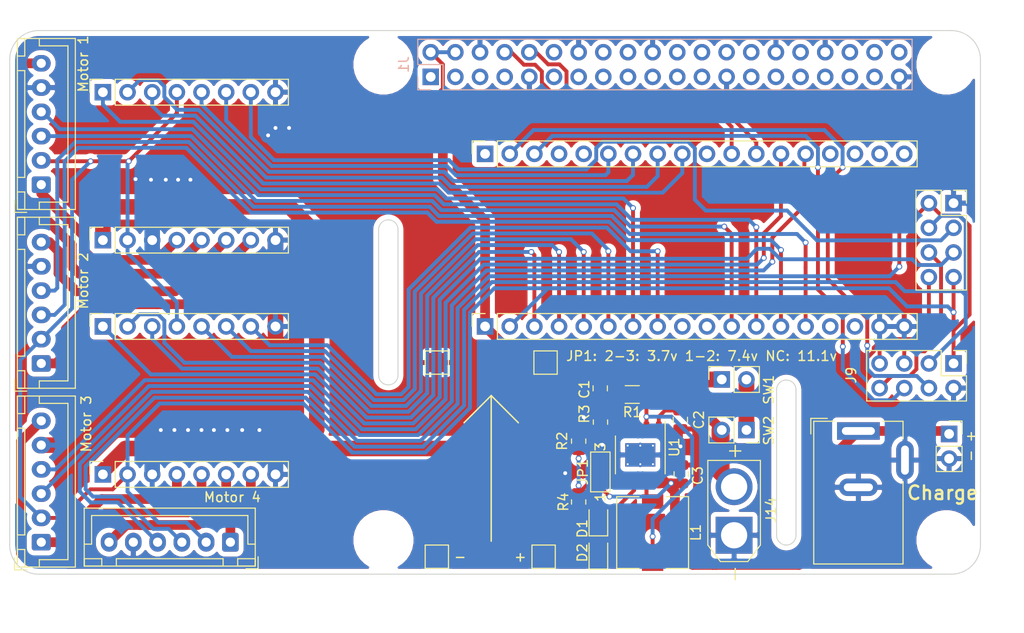
<source format=kicad_pcb>
(kicad_pcb (version 20171130) (host pcbnew "(5.1.9)-1")
  (layers (0 F.Cu signal) (31 B.Cu signal) (34 B.Paste user) (35 F.Paste user) (36 B.SilkS user) (37 F.SilkS user) (38 B.Mask user) (39 F.Mask user) (44 Edge.Cuts user))
  (net 0 "")
  (net 1 "Net-(J1-Pad36)")
  (net 2 "Net-(J1-Pad40)")
  (net 3 "Net-(J1-Pad38)")
  (net 4 "Net-(J1-Pad18)")
  (net 5 "Net-(J1-Pad24)")
  (net 6 "Net-(J1-Pad22)")
  (net 7 "Net-(J1-Pad32)")
  (net 8 "Net-(J1-Pad28)")
  (net 9 "Net-(J1-Pad26)")
  (net 10 "Net-(J1-Pad12)")
  (net 11 "Net-(J1-Pad16)")
  (net 12 "Net-(J1-Pad37)")
  (net 13 "Net-(J1-Pad33)")
  (net 14 "Net-(J1-Pad35)")
  (net 15 "Net-(J1-Pad27)")
  (net 16 "Net-(J1-Pad29)")
  (net 17 "Net-(J1-Pad31)")
  (net 18 "Net-(J1-Pad23)")
  (net 19 "Net-(J1-Pad21)")
  (net 20 "Net-(J1-Pad19)")
  (net 21 "Net-(J1-Pad3)")
  (net 22 "Net-(J1-Pad5)")
  (net 23 "Net-(J1-Pad7)")
  (net 24 "Net-(J1-Pad15)")
  (net 25 "Net-(J1-Pad13)")
  (net 26 "Net-(J1-Pad11)")
  (net 27 "Net-(J2-Pad9)")
  (net 28 "Net-(J2-Pad10)")
  (net 29 "Net-(J2-Pad15)")
  (net 30 "Net-(J2-Pad16)")
  (net 31 GND)
  (net 32 /VBAT)
  (net 33 "Net-(C2-Pad2)")
  (net 34 VBUS)
  (net 35 "Net-(D1-Pad2)")
  (net 36 "Net-(D1-Pad1)")
  (net 37 +3.3VA)
  (net 38 /CTL_TX)
  (net 39 /CTL_RX)
  (net 40 +5V)
  (net 41 /ENC2_B)
  (net 42 /ENC2_A)
  (net 43 /ENC1_B)
  (net 44 /ENC1_A)
  (net 45 /PWM4)
  (net 46 /PWM1)
  (net 47 /MOT4_C2)
  (net 48 /MOT4_C1)
  (net 49 /MOT3_C2)
  (net 50 /MOT3_C1)
  (net 51 +3V3)
  (net 52 /MOT2_P)
  (net 53 /MOT2_N)
  (net 54 /MOT1_N)
  (net 55 /MOT1_P)
  (net 56 +12V)
  (net 57 /MOT4_P)
  (net 58 /MOT4_N)
  (net 59 /MOT3_N)
  (net 60 /MOT3_P)
  (net 61 /ENC4_B)
  (net 62 /ENC4_A)
  (net 63 /JTCK)
  (net 64 /JTMS)
  (net 65 /PWM3)
  (net 66 /PWM2)
  (net 67 "Net-(J6-Pad18)")
  (net 68 "Net-(J6-Pad17)")
  (net 69 "Net-(J6-Pad16)")
  (net 70 "Net-(J6-Pad15)")
  (net 71 /ENC3_A)
  (net 72 /ENC3_B)
  (net 73 "Net-(J6-Pad10)")
  (net 74 /MOT1_C1)
  (net 75 /MOT1_C2)
  (net 76 /MOT2_C1)
  (net 77 /MOT2_C2)
  (net 78 /ADC)
  (net 79 "Net-(J6-Pad4)")
  (net 80 /DEBUG_TX)
  (net 81 /DEBUG_RX)
  (net 82 "Net-(J6-Pad1)")
  (net 83 "Net-(J12-Pad2)")
  (net 84 "Net-(JP1-Pad2)")
  (net 85 /RS)
  (net 86 "Net-(L1-Pad1)")
  (net 87 "Net-(R2-Pad1)")
  (module TestPoint:TestPoint_Pad_2.0x2.0mm (layer F.Cu) (at 119.49 102.833)
    (fp_text reference J22 hide)
    (fp_text value Conn_01x01)
    (pad 1 smd rect (at 0 0) (size 2 2) (layers F.Cu F.Mask) (net 31 GND))
  )
  (module TestPoint:TestPoint_Pad_2.0x2.0mm (layer F.Cu) (at 130.49 102.833)
    (fp_text reference J21 hide)
    (fp_text value Conn_01x01)
    (pad 1 smd rect (at 0 0) (size 2 2) (layers F.Cu F.Mask) (net 56 +12V))
  )
  (module TestPoint:TestPoint_Pad_2.0x2.0mm (layer F.Cu) (at 119.49 82.833)
    (fp_text reference J11 hide)
    (fp_text value Conn_01x01)
    (pad 1 smd rect (at 0 0) (size 2 2) (layers F.Cu F.Mask) (net 31 GND))
  )
  (module TestPoint:TestPoint_Pad_2.0x2.0mm (layer F.Cu) (at 130.69 82.833)
    (fp_text reference J10 hide)
    (fp_text value Conn_01x01)
    (pad 1 smd rect (at 0 0) (size 2 2) (layers F.Cu F.Mask) (net 40 +5V))
  )
  (module Connector_PinSocket_2.54mm:PinSocket_2x04_P2.54mm_Vertical (layer F.Cu) (at 172.72 66.413)
    (fp_text reference J5 hide)
    (fp_text value Longan_C)
    (pad 8 thru_hole oval (at -2.54 7.62) (size 1.7 1.7) (drill 1) (layers *.Cu *.Mask) (net 64 /JTMS))
    (pad 7 thru_hole oval (at 0 7.62) (size 1.7 1.7) (drill 1) (layers *.Cu *.Mask) (net 51 +3V3))
    (pad 6 thru_hole oval (at -2.54 5.08) (size 1.7 1.7) (drill 1) (layers *.Cu *.Mask) (net 63 /JTCK))
    (pad 5 thru_hole oval (at 0 5.08) (size 1.7 1.7) (drill 1) (layers *.Cu *.Mask) (net 65 /PWM3))
    (pad 4 thru_hole oval (at -2.54 2.54) (size 1.7 1.7) (drill 1) (layers *.Cu *.Mask) (net 62 /ENC4_A))
    (pad 3 thru_hole oval (at 0 2.54) (size 1.7 1.7) (drill 1) (layers *.Cu *.Mask) (net 66 /PWM2))
    (pad 2 thru_hole oval (at -2.54 0) (size 1.7 1.7) (drill 1) (layers *.Cu *.Mask) (net 61 /ENC4_B))
    (pad 1 thru_hole rect (at 0 0) (size 1.7 1.7) (drill 1) (layers *.Cu *.Mask) (net 31 GND))
  )
  (module Connector_PinHeader_2.54mm:PinHeader_2x04_P2.54mm_Vertical (layer F.Cu) (at 172.72 82.923 270)
    (fp_text reference J9 (at 1.2065 10.541 90) (layer F.SilkS))
    (fp_text value Conn_02x04)
    (pad 8 thru_hole oval (at 2.54 7.62 270) (size 1.7 1.7) (drill 1) (layers *.Cu *.Mask) (net 51 +3V3))
    (pad 7 thru_hole oval (at 0 7.62 270) (size 1.7 1.7) (drill 1) (layers *.Cu *.Mask) (net 64 /JTMS))
    (pad 6 thru_hole oval (at 2.54 5.08 270) (size 1.7 1.7) (drill 1) (layers *.Cu *.Mask) (net 80 /DEBUG_TX))
    (pad 5 thru_hole oval (at 0 5.08 270) (size 1.7 1.7) (drill 1) (layers *.Cu *.Mask) (net 63 /JTCK))
    (pad 4 thru_hole oval (at 2.54 2.54 270) (size 1.7 1.7) (drill 1) (layers *.Cu *.Mask) (net 81 /DEBUG_RX))
    (pad 3 thru_hole oval (at 0 2.54 270) (size 1.7 1.7) (drill 1) (layers *.Cu *.Mask) (net 62 /ENC4_A))
    (pad 2 thru_hole oval (at 2.54 0 270) (size 1.7 1.7) (drill 1) (layers *.Cu *.Mask) (net 31 GND))
    (pad 1 thru_hole rect (at 0 0 270) (size 1.7 1.7) (drill 1) (layers *.Cu *.Mask) (net 61 /ENC4_B))
  )
  (module Connector_AMASS:AMASS_XT30U-M_1x02_P5.0mm_Vertical (layer F.Cu) (at 150.114 100.623 90)
    (fp_text reference J14 (at 2.587 3.81 90) (layer F.SilkS))
    (fp_text value Conn_01x02_Female)
    (fp_text user - (at -4 0 90) (layer F.SilkS) (effects (font (size 1.5 1.5))))
    (fp_text user + (at 8.683 0 90) (layer F.SilkS) (effects (font (size 1.5 1.5))))
    (pad 2 thru_hole circle (at 5 0 90) (size 3.8 3.8) (drill 2.7) (layers *.Cu *.Mask) (net 32 /VBAT))
    (pad 1 thru_hole rect (at 0 0 90) (size 3.8 3.8) (drill 2.7) (layers *.Cu *.Mask) (net 31 GND))
  )
  (module Connector_BarrelJack:BarrelJack_Wuerth_6941xx301002 (layer F.Cu) (at 162.9156 89.8826)
    (fp_text reference J15 hide)
    (fp_text value Conn_01x02_Female)
    (pad 1 thru_hole rect (at 0 0) (size 4.4 1.8) (drill oval 3.4 0.8) (layers *.Cu *.Mask) (net 34 VBUS))
    (pad 2 thru_hole oval (at 0 5.8) (size 4 1.8) (drill oval 3 0.8) (layers *.Cu *.Mask) (net 31 GND))
    (pad 3 thru_hole oval (at 4.8 3 90) (size 4 1.8) (drill oval 3 0.8) (layers *.Cu *.Mask) (net 31 GND))
  )
  (module Connector_JST:JST_XH_B6B-XH-A_1x06_P2.50mm_Vertical (layer F.Cu) (at 98.225 101.338 180)
    (fp_text reference J20 hide)
    (fp_text value MOTOR)
    (pad 6 thru_hole oval (at 12.5 0 180) (size 1.7 1.95) (drill 0.95) (layers *.Cu *.Mask) (net 57 /MOT4_P))
    (pad 5 thru_hole oval (at 10 0 180) (size 1.7 1.95) (drill 0.95) (layers *.Cu *.Mask) (net 31 GND))
    (pad 4 thru_hole oval (at 7.5 0 180) (size 1.7 1.95) (drill 0.95) (layers *.Cu *.Mask) (net 61 /ENC4_B))
    (pad 3 thru_hole oval (at 5 0 180) (size 1.7 1.95) (drill 0.95) (layers *.Cu *.Mask) (net 62 /ENC4_A))
    (pad 2 thru_hole oval (at 2.5 0 180) (size 1.7 1.95) (drill 0.95) (layers *.Cu *.Mask) (net 51 +3V3))
    (pad 1 thru_hole roundrect (at 0 0 180) (size 1.7 1.95) (drill 0.95) (layers *.Cu *.Mask) (roundrect_rratio 0.147059) (net 58 /MOT4_N))
  )
  (module Connector_JST:JST_XH_B6B-XH-A_1x06_P2.50mm_Vertical (layer F.Cu) (at 78.74 101.338 90)
    (fp_text reference J19 hide)
    (fp_text value MOTOR)
    (pad 6 thru_hole oval (at 12.5 0 90) (size 1.7 1.95) (drill 0.95) (layers *.Cu *.Mask) (net 60 /MOT3_P))
    (pad 5 thru_hole oval (at 10 0 90) (size 1.7 1.95) (drill 0.95) (layers *.Cu *.Mask) (net 31 GND))
    (pad 4 thru_hole oval (at 7.5 0 90) (size 1.7 1.95) (drill 0.95) (layers *.Cu *.Mask) (net 72 /ENC3_B))
    (pad 3 thru_hole oval (at 5 0 90) (size 1.7 1.95) (drill 0.95) (layers *.Cu *.Mask) (net 71 /ENC3_A))
    (pad 2 thru_hole oval (at 2.5 0 90) (size 1.7 1.95) (drill 0.95) (layers *.Cu *.Mask) (net 51 +3V3))
    (pad 1 thru_hole roundrect (at 0 0 90) (size 1.7 1.95) (drill 0.95) (layers *.Cu *.Mask) (roundrect_rratio 0.147059) (net 59 /MOT3_N))
  )
  (module Connector_JST:JST_XH_B6B-XH-A_1x06_P2.50mm_Vertical (layer F.Cu) (at 78.74 82.923 90)
    (fp_text reference J18 hide)
    (fp_text value MOTOR)
    (pad 6 thru_hole oval (at 12.5 0 90) (size 1.7 1.95) (drill 0.95) (layers *.Cu *.Mask) (net 52 /MOT2_P))
    (pad 5 thru_hole oval (at 10 0 90) (size 1.7 1.95) (drill 0.95) (layers *.Cu *.Mask) (net 31 GND))
    (pad 4 thru_hole oval (at 7.5 0 90) (size 1.7 1.95) (drill 0.95) (layers *.Cu *.Mask) (net 41 /ENC2_B))
    (pad 3 thru_hole oval (at 5 0 90) (size 1.7 1.95) (drill 0.95) (layers *.Cu *.Mask) (net 42 /ENC2_A))
    (pad 2 thru_hole oval (at 2.5 0 90) (size 1.7 1.95) (drill 0.95) (layers *.Cu *.Mask) (net 51 +3V3))
    (pad 1 thru_hole roundrect (at 0 0 90) (size 1.7 1.95) (drill 0.95) (layers *.Cu *.Mask) (roundrect_rratio 0.147059) (net 53 /MOT2_N))
  )
  (module Connector_JST:JST_XH_B6B-XH-A_1x06_P2.50mm_Vertical (layer F.Cu) (at 78.74 64.508 90)
    (fp_text reference J17 hide)
    (fp_text value MOTOR)
    (pad 6 thru_hole oval (at 12.5 0 90) (size 1.7 1.95) (drill 0.95) (layers *.Cu *.Mask) (net 55 /MOT1_P))
    (pad 5 thru_hole oval (at 10 0 90) (size 1.7 1.95) (drill 0.95) (layers *.Cu *.Mask) (net 31 GND))
    (pad 4 thru_hole oval (at 7.5 0 90) (size 1.7 1.95) (drill 0.95) (layers *.Cu *.Mask) (net 43 /ENC1_B))
    (pad 3 thru_hole oval (at 5 0 90) (size 1.7 1.95) (drill 0.95) (layers *.Cu *.Mask) (net 44 /ENC1_A))
    (pad 2 thru_hole oval (at 2.5 0 90) (size 1.7 1.95) (drill 0.95) (layers *.Cu *.Mask) (net 51 +3V3))
    (pad 1 thru_hole roundrect (at 0 0 90) (size 1.7 1.95) (drill 0.95) (layers *.Cu *.Mask) (roundrect_rratio 0.147059) (net 54 /MOT1_N))
  )
  (module Connector_PinSocket_2.54mm:PinSocket_2x20_P2.54mm_Vertical (layer B.Cu) (at 118.86 53.403 270)
    (fp_text reference J1 (at -1.27 2.77 270) (layer B.SilkS) (effects (justify mirror)))
    (fp_text value Raspberry_Pi_2_3)
    (pad 40 thru_hole oval (at -2.54 -48.26 270) (size 1.7 1.7) (drill 1) (layers *.Cu *.Mask) (net 2 "Net-(J1-Pad40)"))
    (pad 39 thru_hole oval (at 0 -48.26 270) (size 1.7 1.7) (drill 1) (layers *.Cu *.Mask) (net 31 GND))
    (pad 38 thru_hole oval (at -2.54 -45.72 270) (size 1.7 1.7) (drill 1) (layers *.Cu *.Mask) (net 3 "Net-(J1-Pad38)"))
    (pad 37 thru_hole oval (at 0 -45.72 270) (size 1.7 1.7) (drill 1) (layers *.Cu *.Mask) (net 12 "Net-(J1-Pad37)"))
    (pad 36 thru_hole oval (at -2.54 -43.18 270) (size 1.7 1.7) (drill 1) (layers *.Cu *.Mask) (net 1 "Net-(J1-Pad36)"))
    (pad 35 thru_hole oval (at 0 -43.18 270) (size 1.7 1.7) (drill 1) (layers *.Cu *.Mask) (net 14 "Net-(J1-Pad35)"))
    (pad 34 thru_hole oval (at -2.54 -40.64 270) (size 1.7 1.7) (drill 1) (layers *.Cu *.Mask) (net 31 GND))
    (pad 33 thru_hole oval (at 0 -40.64 270) (size 1.7 1.7) (drill 1) (layers *.Cu *.Mask) (net 13 "Net-(J1-Pad33)"))
    (pad 32 thru_hole oval (at -2.54 -38.1 270) (size 1.7 1.7) (drill 1) (layers *.Cu *.Mask) (net 7 "Net-(J1-Pad32)"))
    (pad 31 thru_hole oval (at 0 -38.1 270) (size 1.7 1.7) (drill 1) (layers *.Cu *.Mask) (net 17 "Net-(J1-Pad31)"))
    (pad 30 thru_hole oval (at -2.54 -35.56 270) (size 1.7 1.7) (drill 1) (layers *.Cu *.Mask) (net 31 GND))
    (pad 29 thru_hole oval (at 0 -35.56 270) (size 1.7 1.7) (drill 1) (layers *.Cu *.Mask) (net 16 "Net-(J1-Pad29)"))
    (pad 28 thru_hole oval (at -2.54 -33.02 270) (size 1.7 1.7) (drill 1) (layers *.Cu *.Mask) (net 8 "Net-(J1-Pad28)"))
    (pad 27 thru_hole oval (at 0 -33.02 270) (size 1.7 1.7) (drill 1) (layers *.Cu *.Mask) (net 15 "Net-(J1-Pad27)"))
    (pad 26 thru_hole oval (at -2.54 -30.48 270) (size 1.7 1.7) (drill 1) (layers *.Cu *.Mask) (net 9 "Net-(J1-Pad26)"))
    (pad 25 thru_hole oval (at 0 -30.48 270) (size 1.7 1.7) (drill 1) (layers *.Cu *.Mask) (net 31 GND))
    (pad 24 thru_hole oval (at -2.54 -27.94 270) (size 1.7 1.7) (drill 1) (layers *.Cu *.Mask) (net 5 "Net-(J1-Pad24)"))
    (pad 23 thru_hole oval (at 0 -27.94 270) (size 1.7 1.7) (drill 1) (layers *.Cu *.Mask) (net 18 "Net-(J1-Pad23)"))
    (pad 22 thru_hole oval (at -2.54 -25.4 270) (size 1.7 1.7) (drill 1) (layers *.Cu *.Mask) (net 6 "Net-(J1-Pad22)"))
    (pad 21 thru_hole oval (at 0 -25.4 270) (size 1.7 1.7) (drill 1) (layers *.Cu *.Mask) (net 19 "Net-(J1-Pad21)"))
    (pad 20 thru_hole oval (at -2.54 -22.86 270) (size 1.7 1.7) (drill 1) (layers *.Cu *.Mask) (net 31 GND))
    (pad 19 thru_hole oval (at 0 -22.86 270) (size 1.7 1.7) (drill 1) (layers *.Cu *.Mask) (net 20 "Net-(J1-Pad19)"))
    (pad 18 thru_hole oval (at -2.54 -20.32 270) (size 1.7 1.7) (drill 1) (layers *.Cu *.Mask) (net 4 "Net-(J1-Pad18)"))
    (pad 17 thru_hole oval (at 0 -20.32 270) (size 1.7 1.7) (drill 1) (layers *.Cu *.Mask) (net 37 +3.3VA))
    (pad 16 thru_hole oval (at -2.54 -17.78 270) (size 1.7 1.7) (drill 1) (layers *.Cu *.Mask) (net 11 "Net-(J1-Pad16)"))
    (pad 15 thru_hole oval (at 0 -17.78 270) (size 1.7 1.7) (drill 1) (layers *.Cu *.Mask) (net 24 "Net-(J1-Pad15)"))
    (pad 14 thru_hole oval (at -2.54 -15.24 270) (size 1.7 1.7) (drill 1) (layers *.Cu *.Mask) (net 31 GND))
    (pad 13 thru_hole oval (at 0 -15.24 270) (size 1.7 1.7) (drill 1) (layers *.Cu *.Mask) (net 25 "Net-(J1-Pad13)"))
    (pad 12 thru_hole oval (at -2.54 -12.7 270) (size 1.7 1.7) (drill 1) (layers *.Cu *.Mask) (net 10 "Net-(J1-Pad12)"))
    (pad 11 thru_hole oval (at 0 -12.7 270) (size 1.7 1.7) (drill 1) (layers *.Cu *.Mask) (net 26 "Net-(J1-Pad11)"))
    (pad 10 thru_hole oval (at -2.54 -10.16 270) (size 1.7 1.7) (drill 1) (layers *.Cu *.Mask) (net 38 /CTL_TX))
    (pad 9 thru_hole oval (at 0 -10.16 270) (size 1.7 1.7) (drill 1) (layers *.Cu *.Mask) (net 31 GND))
    (pad 8 thru_hole oval (at -2.54 -7.62 270) (size 1.7 1.7) (drill 1) (layers *.Cu *.Mask) (net 39 /CTL_RX))
    (pad 7 thru_hole oval (at 0 -7.62 270) (size 1.7 1.7) (drill 1) (layers *.Cu *.Mask) (net 23 "Net-(J1-Pad7)"))
    (pad 6 thru_hole oval (at -2.54 -5.08 270) (size 1.7 1.7) (drill 1) (layers *.Cu *.Mask) (net 31 GND))
    (pad 5 thru_hole oval (at 0 -5.08 270) (size 1.7 1.7) (drill 1) (layers *.Cu *.Mask) (net 22 "Net-(J1-Pad5)"))
    (pad 4 thru_hole oval (at -2.54 -2.54 270) (size 1.7 1.7) (drill 1) (layers *.Cu *.Mask) (net 40 +5V))
    (pad 3 thru_hole oval (at 0 -2.54 270) (size 1.7 1.7) (drill 1) (layers *.Cu *.Mask) (net 21 "Net-(J1-Pad3)"))
    (pad 2 thru_hole oval (at -2.54 0 270) (size 1.7 1.7) (drill 1) (layers *.Cu *.Mask) (net 40 +5V))
    (pad 1 thru_hole rect (at 0 0 270) (size 1.7 1.7) (drill 1) (layers *.Cu *.Mask) (net 37 +3.3VA))
  )
  (module Package_SO:HSOP-8-1EP_3.9x4.9mm_P1.27mm_EP2.41x3.1mm_ThermalVias (layer F.Cu) (at 140.4493 92.3464 270)
    (fp_text reference U1 (at -0.7874 -3.5052 90) (layer F.SilkS))
    (fp_text value SY6912)
    (pad 9 smd rect (at 0 0 270) (size 2.41 3.1) (layers B.Cu) (net 31 GND))
    (pad 9 thru_hole circle (at 0.955 1.3 270) (size 0.5 0.5) (drill 0.2) (layers *.Cu) (net 31 GND))
    (pad 9 thru_hole circle (at -0.955 1.3 270) (size 0.5 0.5) (drill 0.2) (layers *.Cu) (net 31 GND))
    (pad 9 thru_hole circle (at 0.955 0 270) (size 0.5 0.5) (drill 0.2) (layers *.Cu) (net 31 GND))
    (pad 9 thru_hole circle (at -0.955 0 270) (size 0.5 0.5) (drill 0.2) (layers *.Cu) (net 31 GND))
    (pad 9 thru_hole circle (at 0.955 -1.3 270) (size 0.5 0.5) (drill 0.2) (layers *.Cu) (net 31 GND))
    (pad 9 thru_hole circle (at -0.955 -1.3 270) (size 0.5 0.5) (drill 0.2) (layers *.Cu) (net 31 GND))
    (pad 9 smd rect (at 0 0 270) (size 2.41 3.1) (layers F.Cu F.Mask) (net 31 GND))
    (pad 8 smd roundrect (at 2.65 -1.905 270) (size 1.6 0.6) (layers F.Cu F.Paste F.Mask) (net 34 VBUS))
    (pad 7 smd roundrect (at 2.65 -0.635 270) (size 1.6 0.6) (layers F.Cu F.Paste F.Mask) (net 86 "Net-(L1-Pad1)"))
    (pad 6 smd roundrect (at 2.65 0.635 270) (size 1.6 0.6) (layers F.Cu F.Paste F.Mask) (net 36 "Net-(D1-Pad1)"))
    (pad 5 smd roundrect (at 2.65 1.905 270) (size 1.6 0.6) (layers F.Cu F.Paste F.Mask) (net 84 "Net-(JP1-Pad2)"))
    (pad 4 smd roundrect (at -2.65 1.905 270) (size 1.6 0.6) (layers F.Cu F.Paste F.Mask) (net 87 "Net-(R2-Pad1)"))
    (pad 3 smd roundrect (at -2.65 0.635 270) (size 1.6 0.6) (layers F.Cu F.Paste F.Mask) (net 32 /VBAT))
    (pad 2 smd roundrect (at -2.65 -0.635 270) (size 1.6 0.6) (layers F.Cu F.Paste F.Mask) (net 85 /RS))
    (pad 1 smd roundrect (at -2.65 -1.905 270) (size 1.6 0.6) (layers F.Cu F.Paste F.Mask) (net 33 "Net-(C2-Pad2)"))
  )
  (module Resistor_SMD:R_0805_2012Metric (layer F.Cu) (at 134.0993 97.1959 270)
    (fp_text reference R4 (at 0 1.5748 90) (layer F.SilkS))
    (fp_text value 10k)
    (pad 2 smd roundrect (at 0.9125 0 270) (size 1.025 1.4) (layers F.Cu F.Paste F.Mask) (roundrect_rratio 0.243902) (net 35 "Net-(D1-Pad2)"))
    (pad 1 smd roundrect (at -0.9125 0 270) (size 1.025 1.4) (layers F.Cu F.Paste F.Mask) (roundrect_rratio 0.243902) (net 34 VBUS))
  )
  (module Resistor_SMD:R_0805_2012Metric (layer F.Cu) (at 136.3472 88.9663 270)
    (fp_text reference R3 (at -0.8363 1.6637 90) (layer F.SilkS))
    (fp_text value 10k)
    (pad 2 smd roundrect (at 0.9125 0 270) (size 1.025 1.4) (layers F.Cu F.Paste F.Mask) (roundrect_rratio 0.243902) (net 87 "Net-(R2-Pad1)"))
    (pad 1 smd roundrect (at -0.9125 0 270) (size 1.025 1.4) (layers F.Cu F.Paste F.Mask) (roundrect_rratio 0.243902) (net 31 GND))
  )
  (module Resistor_SMD:R_0805_2012Metric (layer F.Cu) (at 134.0993 90.9259 270)
    (fp_text reference R2 (at -0.0019 1.7018 90) (layer F.SilkS))
    (fp_text value 10k)
    (pad 2 smd roundrect (at 0.9125 0 270) (size 1.025 1.4) (layers F.Cu F.Paste F.Mask) (roundrect_rratio 0.243902) (net 34 VBUS))
    (pad 1 smd roundrect (at -0.9125 0 270) (size 1.025 1.4) (layers F.Cu F.Paste F.Mask) (roundrect_rratio 0.243902) (net 87 "Net-(R2-Pad1)"))
  )
  (module Resistor_SMD:R_1206_3216Metric (layer F.Cu) (at 139.6218 86.1234 180)
    (fp_text reference R1 (at 0 -1.82) (layer F.SilkS))
    (fp_text value 25mR)
    (pad 2 smd roundrect (at 1.4625 0 180) (size 1.125 1.75) (layers F.Cu F.Paste F.Mask) (roundrect_rratio 0.222222) (net 32 /VBAT))
    (pad 1 smd roundrect (at -1.4625 0 180) (size 1.125 1.75) (layers F.Cu F.Paste F.Mask) (roundrect_rratio 0.222222) (net 85 /RS))
  )
  (module Inductor_SMD:L_7.3x7.3_H4.5 (layer F.Cu) (at 141.7193 100.3474 270)
    (fp_text reference L1 (at 0 -4.45 90) (layer F.SilkS))
    (fp_text value 2.2uH)
    (pad 2 smd rect (at 3.2 0 270) (size 1.5 2.2) (layers F.Cu F.Paste F.Mask) (net 85 /RS))
    (pad 1 smd rect (at -3.2 0 270) (size 1.5 2.2) (layers F.Cu F.Paste F.Mask) (net 86 "Net-(L1-Pad1)"))
  )
  (module Jumper:SolderJumper-3_P1.3mm_Open_Pad1.0x1.5mm_NumberLabels (layer F.Cu) (at 136.3345 94.099 90)
    (fp_text reference JP1 (at 0 -1.8 90) (layer F.SilkS))
    (fp_text value SolderJumper_3_Open)
    (fp_text user 1 (at -2.6 0 90) (layer F.SilkS))
    (fp_text user 3 (at 2.6 0 90) (layer F.SilkS))
    (pad 1 smd rect (at -1.3 0 90) (size 1 1.5) (layers F.Cu F.Mask) (net 34 VBUS))
    (pad 2 smd rect (at 0 0 90) (size 1 1.5) (layers F.Cu F.Mask) (net 84 "Net-(JP1-Pad2)"))
    (pad 3 smd rect (at 1.3 0 90) (size 1 1.5) (layers F.Cu F.Mask) (net 31 GND))
  )
  (module Connector_PinSocket_2.54mm:PinSocket_1x02_P2.54mm_Vertical (layer F.Cu) (at 172.2628 90.1874)
    (fp_text reference J16 hide)
    (fp_text value Conn_01x02_Female)
    (pad 2 thru_hole oval (at 0 2.54) (size 1.7 1.7) (drill 1) (layers *.Cu *.Mask) (net 31 GND))
    (pad 1 thru_hole rect (at 0 0) (size 1.7 1.7) (drill 1) (layers *.Cu *.Mask) (net 34 VBUS))
  )
  (module Connector_PinSocket_2.54mm:PinSocket_1x02_P2.54mm_Vertical (layer F.Cu) (at 151.384 89.781 270)
    (fp_text reference J13 hide)
    (fp_text value Conn_01x02_Female)
    (pad 2 thru_hole oval (at 0 2.54 270) (size 1.7 1.7) (drill 1) (layers *.Cu *.Mask) (net 32 /VBAT))
    (pad 1 thru_hole rect (at 0 0 270) (size 1.7 1.7) (drill 1) (layers *.Cu *.Mask) (net 83 "Net-(J12-Pad2)"))
  )
  (module Connector_PinSocket_2.54mm:PinSocket_1x02_P2.54mm_Vertical (layer F.Cu) (at 148.844 84.574 90)
    (fp_text reference J12 hide)
    (fp_text value Conn_01x02_Female)
    (pad 2 thru_hole oval (at 0 2.54 90) (size 1.7 1.7) (drill 1) (layers *.Cu *.Mask) (net 83 "Net-(J12-Pad2)"))
    (pad 1 thru_hole rect (at 0 0 90) (size 1.7 1.7) (drill 1) (layers *.Cu *.Mask) (net 56 +12V))
  )
  (module Connector_PinSocket_2.54mm:PinSocket_1x08_P2.54mm_Vertical (layer F.Cu) (at 85.09 79.113 90)
    (fp_text reference J8 hide)
    (fp_text value TB6612_B)
    (pad 8 thru_hole oval (at 0 17.78 90) (size 1.7 1.7) (drill 1) (layers *.Cu *.Mask) (net 31 GND))
    (pad 7 thru_hole oval (at 0 15.24 90) (size 1.7 1.7) (drill 1) (layers *.Cu *.Mask) (net 45 /PWM4))
    (pad 6 thru_hole oval (at 0 12.7 90) (size 1.7 1.7) (drill 1) (layers *.Cu *.Mask) (net 47 /MOT4_C2))
    (pad 5 thru_hole oval (at 0 10.16 90) (size 1.7 1.7) (drill 1) (layers *.Cu *.Mask) (net 48 /MOT4_C1))
    (pad 4 thru_hole oval (at 0 7.62 90) (size 1.7 1.7) (drill 1) (layers *.Cu *.Mask) (net 51 +3V3))
    (pad 3 thru_hole oval (at 0 5.08 90) (size 1.7 1.7) (drill 1) (layers *.Cu *.Mask) (net 50 /MOT3_C1))
    (pad 2 thru_hole oval (at 0 2.54 90) (size 1.7 1.7) (drill 1) (layers *.Cu *.Mask) (net 49 /MOT3_C2))
    (pad 1 thru_hole rect (at 0 0 90) (size 1.7 1.7) (drill 1) (layers *.Cu *.Mask) (net 65 /PWM3))
  )
  (module Connector_PinSocket_2.54mm:PinSocket_1x08_P2.54mm_Vertical (layer F.Cu) (at 85.09 54.983 90)
    (fp_text reference J7 hide)
    (fp_text value TB6612_B)
    (pad 8 thru_hole oval (at 0 17.78 90) (size 1.7 1.7) (drill 1) (layers *.Cu *.Mask) (net 31 GND))
    (pad 7 thru_hole oval (at 0 15.24 90) (size 1.7 1.7) (drill 1) (layers *.Cu *.Mask) (net 66 /PWM2))
    (pad 6 thru_hole oval (at 0 12.7 90) (size 1.7 1.7) (drill 1) (layers *.Cu *.Mask) (net 77 /MOT2_C2))
    (pad 5 thru_hole oval (at 0 10.16 90) (size 1.7 1.7) (drill 1) (layers *.Cu *.Mask) (net 76 /MOT2_C1))
    (pad 4 thru_hole oval (at 0 7.62 90) (size 1.7 1.7) (drill 1) (layers *.Cu *.Mask) (net 51 +3V3))
    (pad 3 thru_hole oval (at 0 5.08 90) (size 1.7 1.7) (drill 1) (layers *.Cu *.Mask) (net 74 /MOT1_C1))
    (pad 2 thru_hole oval (at 0 2.54 90) (size 1.7 1.7) (drill 1) (layers *.Cu *.Mask) (net 75 /MOT1_C2))
    (pad 1 thru_hole rect (at 0 0 90) (size 1.7 1.7) (drill 1) (layers *.Cu *.Mask) (net 46 /PWM1))
  )
  (module Connector_PinSocket_2.54mm:PinSocket_1x18_P2.54mm_Vertical (layer F.Cu) (at 124.46 61.333 90)
    (fp_text reference J6 hide)
    (fp_text value Longan_B)
    (pad 18 thru_hole oval (at 0 43.18 90) (size 1.7 1.7) (drill 1) (layers *.Cu *.Mask) (net 67 "Net-(J6-Pad18)"))
    (pad 17 thru_hole oval (at 0 40.64 90) (size 1.7 1.7) (drill 1) (layers *.Cu *.Mask) (net 68 "Net-(J6-Pad17)"))
    (pad 16 thru_hole oval (at 0 38.1 90) (size 1.7 1.7) (drill 1) (layers *.Cu *.Mask) (net 69 "Net-(J6-Pad16)"))
    (pad 15 thru_hole oval (at 0 35.56 90) (size 1.7 1.7) (drill 1) (layers *.Cu *.Mask) (net 70 "Net-(J6-Pad15)"))
    (pad 14 thru_hole oval (at 0 33.02 90) (size 1.7 1.7) (drill 1) (layers *.Cu *.Mask) (net 71 /ENC3_A))
    (pad 13 thru_hole oval (at 0 30.48 90) (size 1.7 1.7) (drill 1) (layers *.Cu *.Mask) (net 72 /ENC3_B))
    (pad 12 thru_hole oval (at 0 27.94 90) (size 1.7 1.7) (drill 1) (layers *.Cu *.Mask) (net 38 /CTL_TX))
    (pad 11 thru_hole oval (at 0 25.4 90) (size 1.7 1.7) (drill 1) (layers *.Cu *.Mask) (net 39 /CTL_RX))
    (pad 10 thru_hole oval (at 0 22.86 90) (size 1.7 1.7) (drill 1) (layers *.Cu *.Mask) (net 73 "Net-(J6-Pad10)"))
    (pad 9 thru_hole oval (at 0 20.32 90) (size 1.7 1.7) (drill 1) (layers *.Cu *.Mask) (net 74 /MOT1_C1))
    (pad 8 thru_hole oval (at 0 17.78 90) (size 1.7 1.7) (drill 1) (layers *.Cu *.Mask) (net 75 /MOT1_C2))
    (pad 7 thru_hole oval (at 0 15.24 90) (size 1.7 1.7) (drill 1) (layers *.Cu *.Mask) (net 76 /MOT2_C1))
    (pad 6 thru_hole oval (at 0 12.7 90) (size 1.7 1.7) (drill 1) (layers *.Cu *.Mask) (net 77 /MOT2_C2))
    (pad 5 thru_hole oval (at 0 10.16 90) (size 1.7 1.7) (drill 1) (layers *.Cu *.Mask) (net 78 /ADC))
    (pad 4 thru_hole oval (at 0 7.62 90) (size 1.7 1.7) (drill 1) (layers *.Cu *.Mask) (net 79 "Net-(J6-Pad4)"))
    (pad 3 thru_hole oval (at 0 5.08 90) (size 1.7 1.7) (drill 1) (layers *.Cu *.Mask) (net 80 /DEBUG_TX))
    (pad 2 thru_hole oval (at 0 2.54 90) (size 1.7 1.7) (drill 1) (layers *.Cu *.Mask) (net 81 /DEBUG_RX))
    (pad 1 thru_hole rect (at 0 0 90) (size 1.7 1.7) (drill 1) (layers *.Cu *.Mask) (net 82 "Net-(J6-Pad1)"))
  )
  (module Connector_PinSocket_2.54mm:PinSocket_1x08_P2.54mm_Vertical (layer F.Cu) (at 85.09 94.353 90)
    (fp_text reference J4 hide)
    (fp_text value TB6612_A)
    (pad 8 thru_hole oval (at 0 17.78 90) (size 1.7 1.7) (drill 1) (layers *.Cu *.Mask) (net 31 GND))
    (pad 7 thru_hole oval (at 0 15.24 90) (size 1.7 1.7) (drill 1) (layers *.Cu *.Mask) (net 58 /MOT4_N))
    (pad 6 thru_hole oval (at 0 12.7 90) (size 1.7 1.7) (drill 1) (layers *.Cu *.Mask) (net 57 /MOT4_P))
    (pad 5 thru_hole oval (at 0 10.16 90) (size 1.7 1.7) (drill 1) (layers *.Cu *.Mask) (net 60 /MOT3_P))
    (pad 4 thru_hole oval (at 0 7.62 90) (size 1.7 1.7) (drill 1) (layers *.Cu *.Mask) (net 59 /MOT3_N))
    (pad 3 thru_hole oval (at 0 5.08 90) (size 1.7 1.7) (drill 1) (layers *.Cu *.Mask) (net 31 GND))
    (pad 2 thru_hole oval (at 0 2.54 90) (size 1.7 1.7) (drill 1) (layers *.Cu *.Mask) (net 51 +3V3))
    (pad 1 thru_hole rect (at 0 0 90) (size 1.7 1.7) (drill 1) (layers *.Cu *.Mask) (net 56 +12V))
  )
  (module Connector_PinSocket_2.54mm:PinSocket_1x08_P2.54mm_Vertical (layer F.Cu) (at 85.09 70.223 90)
    (fp_text reference J3 hide)
    (fp_text value TB6612_A)
    (pad 8 thru_hole oval (at 0 17.78 90) (size 1.7 1.7) (drill 1) (layers *.Cu *.Mask) (net 31 GND))
    (pad 7 thru_hole oval (at 0 15.24 90) (size 1.7 1.7) (drill 1) (layers *.Cu *.Mask) (net 53 /MOT2_N))
    (pad 6 thru_hole oval (at 0 12.7 90) (size 1.7 1.7) (drill 1) (layers *.Cu *.Mask) (net 52 /MOT2_P))
    (pad 5 thru_hole oval (at 0 10.16 90) (size 1.7 1.7) (drill 1) (layers *.Cu *.Mask) (net 55 /MOT1_P))
    (pad 4 thru_hole oval (at 0 7.62 90) (size 1.7 1.7) (drill 1) (layers *.Cu *.Mask) (net 54 /MOT1_N))
    (pad 3 thru_hole oval (at 0 5.08 90) (size 1.7 1.7) (drill 1) (layers *.Cu *.Mask) (net 31 GND))
    (pad 2 thru_hole oval (at 0 2.54 90) (size 1.7 1.7) (drill 1) (layers *.Cu *.Mask) (net 51 +3V3))
    (pad 1 thru_hole rect (at 0 0 90) (size 1.7 1.7) (drill 1) (layers *.Cu *.Mask) (net 56 +12V))
  )
  (module Connector_PinSocket_2.54mm:PinSocket_1x18_P2.54mm_Vertical (layer F.Cu) (at 124.46 79.113 90)
    (fp_text reference J2 hide)
    (fp_text value Longan_A)
    (pad 18 thru_hole oval (at 0 43.18 90) (size 1.7 1.7) (drill 1) (layers *.Cu *.Mask) (net 31 GND))
    (pad 17 thru_hole oval (at 0 40.64 90) (size 1.7 1.7) (drill 1) (layers *.Cu *.Mask) (net 31 GND))
    (pad 16 thru_hole oval (at 0 38.1 90) (size 1.7 1.7) (drill 1) (layers *.Cu *.Mask) (net 30 "Net-(J2-Pad16)"))
    (pad 15 thru_hole oval (at 0 35.56 90) (size 1.7 1.7) (drill 1) (layers *.Cu *.Mask) (net 29 "Net-(J2-Pad15)"))
    (pad 14 thru_hole oval (at 0 33.02 90) (size 1.7 1.7) (drill 1) (layers *.Cu *.Mask) (net 41 /ENC2_B))
    (pad 13 thru_hole oval (at 0 30.48 90) (size 1.7 1.7) (drill 1) (layers *.Cu *.Mask) (net 42 /ENC2_A))
    (pad 12 thru_hole oval (at 0 27.94 90) (size 1.7 1.7) (drill 1) (layers *.Cu *.Mask) (net 43 /ENC1_B))
    (pad 11 thru_hole oval (at 0 25.4 90) (size 1.7 1.7) (drill 1) (layers *.Cu *.Mask) (net 44 /ENC1_A))
    (pad 10 thru_hole oval (at 0 22.86 90) (size 1.7 1.7) (drill 1) (layers *.Cu *.Mask) (net 28 "Net-(J2-Pad10)"))
    (pad 9 thru_hole oval (at 0 20.32 90) (size 1.7 1.7) (drill 1) (layers *.Cu *.Mask) (net 27 "Net-(J2-Pad9)"))
    (pad 8 thru_hole oval (at 0 17.78 90) (size 1.7 1.7) (drill 1) (layers *.Cu *.Mask) (net 45 /PWM4))
    (pad 7 thru_hole oval (at 0 15.24 90) (size 1.7 1.7) (drill 1) (layers *.Cu *.Mask) (net 46 /PWM1))
    (pad 6 thru_hole oval (at 0 12.7 90) (size 1.7 1.7) (drill 1) (layers *.Cu *.Mask) (net 47 /MOT4_C2))
    (pad 5 thru_hole oval (at 0 10.16 90) (size 1.7 1.7) (drill 1) (layers *.Cu *.Mask) (net 48 /MOT4_C1))
    (pad 4 thru_hole oval (at 0 7.62 90) (size 1.7 1.7) (drill 1) (layers *.Cu *.Mask) (net 49 /MOT3_C2))
    (pad 3 thru_hole oval (at 0 5.08 90) (size 1.7 1.7) (drill 1) (layers *.Cu *.Mask) (net 50 /MOT3_C1))
    (pad 2 thru_hole oval (at 0 2.54 90) (size 1.7 1.7) (drill 1) (layers *.Cu *.Mask) (net 51 +3V3))
    (pad 1 thru_hole rect (at 0 0 90) (size 1.7 1.7) (drill 1) (layers *.Cu *.Mask) (net 40 +5V))
  )
  (module LED_SMD:LED_0805_2012Metric (layer F.Cu) (at 136.1313 102.4279 90)
    (fp_text reference D2 (at 0 -1.65 90) (layer F.SilkS))
    (fp_text value LED_Green)
    (pad 2 smd roundrect (at 0.9375 0 90) (size 0.975 1.4) (layers F.Cu F.Paste F.Mask) (net 36 "Net-(D1-Pad1)"))
    (pad 1 smd roundrect (at -0.9375 0 90) (size 0.975 1.4) (layers F.Cu F.Paste F.Mask) (net 31 GND))
  )
  (module LED_SMD:LED_0805_2012Metric (layer F.Cu) (at 136.1313 98.9989 90)
    (fp_text reference D1 (at -0.9421 -1.65 90) (layer F.SilkS))
    (fp_text value LED_Red)
    (pad 2 smd roundrect (at 0.9375 0 90) (size 0.975 1.4) (layers F.Cu F.Paste F.Mask) (net 35 "Net-(D1-Pad2)"))
    (pad 1 smd roundrect (at -0.9375 0 90) (size 0.975 1.4) (layers F.Cu F.Paste F.Mask) (net 36 "Net-(D1-Pad1)"))
  )
  (module Capacitor_SMD:C_0805_2012Metric (layer F.Cu) (at 144.6657 94.3378 90)
    (fp_text reference C3 (at -0.1422 1.7018 90) (layer F.SilkS))
    (fp_text value 10u/X7R)
    (pad 2 smd roundrect (at 0.95 0 90) (size 1 1.45) (layers F.Cu F.Paste F.Mask) (net 31 GND))
    (pad 1 smd roundrect (at -0.95 0 90) (size 1 1.45) (layers F.Cu F.Paste F.Mask) (net 34 VBUS))
  )
  (module Capacitor_SMD:C_0805_2012Metric (layer F.Cu) (at 144.5768 88.7269 90)
    (fp_text reference C2 (at 0 1.9177 90) (layer F.SilkS))
    (fp_text value 470nF)
    (pad 2 smd roundrect (at 0.95 0 90) (size 1 1.45) (layers F.Cu F.Paste F.Mask) (net 33 "Net-(C2-Pad2)"))
    (pad 1 smd roundrect (at -0.95 0 90) (size 1 1.45) (layers F.Cu F.Paste F.Mask) (net 31 GND))
  )
  (module Capacitor_SMD:C_0805_2012Metric (layer F.Cu) (at 136.3218 85.4884 270)
    (fp_text reference C1 (at 0.1016 1.6383 90) (layer F.SilkS))
    (fp_text value 10uF/X7R)
    (pad 2 smd roundrect (at 0.95 0 270) (size 1 1.45) (layers F.Cu F.Paste F.Mask) (net 31 GND))
    (pad 1 smd roundrect (at -0.95 0 270) (size 1 1.45) (layers F.Cu F.Paste F.Mask) (net 32 /VBAT))
  )
  (module RPi_Hat:RPi_Hat_Mounting_Hole (layer F.Cu) (at 171.99 52.133)
    (fp_text reference "" hide)
    (fp_text value "" hide)
    (pad "" np_thru_hole circle (at 0 0) (size 2.75 2.75) (drill 2.75) (layers *.Cu *.Mask) (clearance 1.725))
  )
  (module RPi_Hat:RPi_Hat_Mounting_Hole (layer F.Cu) (at 171.99 101.133)
    (fp_text reference "" hide)
    (fp_text value "" hide)
    (pad "" np_thru_hole circle (at 0 0) (size 2.75 2.75) (drill 2.75) (layers *.Cu *.Mask) (clearance 1.725))
  )
  (module RPi_Hat:RPi_Hat_Mounting_Hole (layer F.Cu) (at 113.99 101.133)
    (fp_text reference "" hide)
    (fp_text value "" hide)
    (pad "" np_thru_hole circle (at 0 0) (size 2.75 2.75) (drill 2.75) (layers *.Cu *.Mask) (clearance 1.725))
  )
  (module RPi_Hat:RPi_Hat_Mounting_Hole (layer F.Cu) (at 113.99 52.133)
    (fp_text reference "" hide)
    (fp_text value "" hide)
    (pad "" np_thru_hole circle (at 0 0) (size 2.75 2.75) (drill 2.75) (layers *.Cu *.Mask) (clearance 1.725))
  )
  (gr_line (start 125.09 86.233) (end 127.89 89.033) (layer F.SilkS) (width 0.15))
  (gr_line (start 125.09 86.233) (end 122.29 89.033) (layer F.SilkS) (width 0.15))
  (gr_line (start 125.09 101.233) (end 125.09 86.233) (layer F.SilkS) (width 0.15))
  (gr_text - (at 121.89 102.833) (layer F.SilkS) (effects (font (size 1 1))))
  (gr_text + (at 128.09 102.833) (layer F.SilkS) (effects (font (size 1 1))))
  (gr_text "Motor 4" (at 98.425 96.7025) (layer F.SilkS) (effects (font (size 1 1))))
  (gr_text "Motor 3" (at 83.3755 89.146 90) (layer F.SilkS) (effects (font (size 1 1))))
  (gr_text "Motor 2" (at 83.058 74.414 90) (layer F.SilkS) (effects (font (size 1 1))))
  (gr_text "Motor 1" (at 83.058 52.062 90) (layer F.SilkS) (effects (font (size 1 1))))
  (gr_text Charge (at 171.577 96.258) (layer F.SilkS) (effects (font (size 1.4 1.4) (thickness 0.25))))
  (gr_text "SW2\n" (at 153.69 89.833 90) (layer F.SilkS) (effects (font (size 1 1))))
  (gr_text SW1 (at 153.69 85.633 90) (layer F.SilkS) (effects (font (size 1 1))))
  (gr_text "+ -" (at 174.625 91.432 270) (layer F.SilkS) (effects (font (size 1 1))))
  (gr_text "JP1: 2-3: 3.7v 1-2: 7.4v NC: 11.1v" (at 132.715 82.161) (layer F.SilkS) (effects (font (size 1 1)) (justify left)))
  (gr_line (start 113.49 69.133) (end 113.49 84.133) (layer Edge.Cuts) (width 0.1))
  (gr_arc (start 172.49 51.633) (end 172.49 48.633) (angle 90) (layer Edge.Cuts) (width 0.1))
  (gr_line (start 78.49 48.633) (end 172.49 48.633) (angle 90) (layer Edge.Cuts) (width 0.1))
  (gr_arc (start 78.49 51.633) (end 75.49 51.633) (angle 90) (layer Edge.Cuts) (width 0.1))
  (gr_arc (start 155.49 100.633) (end 154.49 100.633) (angle -180) (layer Edge.Cuts) (width 0.1))
  (gr_arc (start 155.49 85.633) (end 154.49 85.633) (angle 180) (layer Edge.Cuts) (width 0.1))
  (gr_line (start 156.49 85.633) (end 156.49 100.633) (angle 90) (layer Edge.Cuts) (width 0.1))
  (gr_line (start 154.49 85.633) (end 154.49 100.633) (angle 90) (layer Edge.Cuts) (width 0.1))
  (gr_arc (start 114.49 84.133) (end 115.49 84.133) (angle 180) (layer Edge.Cuts) (width 0.1))
  (gr_arc (start 114.49 69.133) (end 113.49 69.133) (angle 180) (layer Edge.Cuts) (width 0.1))
  (gr_arc (start 172.49 101.633) (end 175.49 101.633) (angle 90) (layer Edge.Cuts) (width 0.1))
  (gr_arc (start 78.49 101.633) (end 78.49 104.633) (angle 90) (layer Edge.Cuts) (width 0.1))
  (gr_line (start 75.49 51.633) (end 75.49 101.633) (layer Edge.Cuts) (width 0.1))
  (gr_line (start 115.49 69.133) (end 115.49 84.133) (layer Edge.Cuts) (width 0.1))
  (gr_line (start 78.49 104.633) (end 172.49 104.633) (angle 90) (layer Edge.Cuts) (width 0.1))
  (gr_line (start 175.49 51.633) (end 175.49 101.633) (angle 90) (layer Edge.Cuts) (width 0.1))
  (segment (start 136.3218 88.0284) (end 136.3472 88.0538) (width 0.4) (layer F.Cu) (net 31))
  (segment (start 136.3218 86.4384) (end 136.3218 88.0284) (width 0.4) (layer F.Cu) (net 31))
  (via (at 134.62 88.4602) (size 0.6) (drill 0.4) (layers F.Cu B.Cu) (net 31))
  (segment (start 135.0264 88.0538) (end 134.62 88.4602) (width 0.4) (layer F.Cu) (net 31))
  (segment (start 136.3472 88.0538) (end 135.0264 88.0538) (width 0.4) (layer F.Cu) (net 31))
  (via (at 144.5895 91.4701) (size 0.6) (drill 0.4) (layers F.Cu B.Cu) (net 31))
  (segment (start 144.5768 91.4574) (end 144.5895 91.4701) (width 0.4) (layer F.Cu) (net 31))
  (segment (start 144.5768 89.6769) (end 144.5768 91.4574) (width 0.4) (layer F.Cu) (net 31))
  (via (at 102.87 58.666) (size 0.6) (drill 0.4) (layers F.Cu B.Cu) (net 31))
  (segment (start 102.87 54.983) (end 102.87 58.666) (width 0.4) (layer B.Cu) (net 31))
  (segment (start 102.87 79.113) (end 102.87 70.223) (width 1.6) (layer F.Cu) (net 31))
  (segment (start 92.396919 73.652) (end 90.17 71.425081) (width 1.6) (layer B.Cu) (net 31))
  (segment (start 100.643081 73.652) (end 92.396919 73.652) (width 1.6) (layer B.Cu) (net 31))
  (segment (start 102.87 71.425081) (end 100.643081 73.652) (width 1.6) (layer B.Cu) (net 31))
  (segment (start 90.17 71.425081) (end 90.17 70.223) (width 1.6) (layer B.Cu) (net 31))
  (segment (start 102.87 70.223) (end 102.87 71.425081) (width 1.6) (layer B.Cu) (net 31))
  (segment (start 102.87 79.113) (end 102.87 88.13) (width 1.6) (layer F.Cu) (net 31))
  (segment (start 81.315 91.338) (end 78.74 91.338) (width 1.6) (layer F.Cu) (net 31))
  (segment (start 82.86701 89.78599) (end 81.315 91.338) (width 1.6) (layer F.Cu) (net 31))
  (segment (start 101.21401 89.78599) (end 82.86701 89.78599) (width 1.6) (layer F.Cu) (net 31))
  (segment (start 102.87 88.13) (end 101.21401 89.78599) (width 1.6) (layer F.Cu) (net 31))
  (segment (start 90.17 90.67) (end 90.17 94.353) (width 1.6) (layer B.Cu) (net 31))
  (segment (start 91.05401 89.78599) (end 90.17 90.67) (width 1.6) (layer B.Cu) (net 31))
  (segment (start 102.87 91.178) (end 101.47799 89.78599) (width 1.6) (layer B.Cu) (net 31))
  (segment (start 102.87 94.353) (end 102.87 91.178) (width 1.6) (layer B.Cu) (net 31))
  (via (at 91.05401 89.78599) (size 0.6) (drill 0.4) (layers F.Cu B.Cu) (net 31))
  (segment (start 92.46099 89.78599) (end 92.456 89.781) (width 1.6) (layer B.Cu) (net 31))
  (segment (start 92.58799 89.78599) (end 92.46099 89.78599) (width 1.6) (layer B.Cu) (net 31))
  (via (at 92.456 89.781) (size 0.6) (drill 0.4) (layers F.Cu B.Cu) (net 31))
  (segment (start 92.58799 89.78599) (end 91.05401 89.78599) (width 1.6) (layer B.Cu) (net 31))
  (via (at 93.85799 89.78599) (size 0.6) (drill 0.4) (layers F.Cu B.Cu) (net 31))
  (segment (start 92.456 89.781) (end 93.853 89.781) (width 1.6) (layer B.Cu) (net 31))
  (segment (start 93.85799 89.78599) (end 92.58799 89.78599) (width 1.6) (layer B.Cu) (net 31))
  (segment (start 93.853 89.781) (end 93.85799 89.78599) (width 1.6) (layer B.Cu) (net 31))
  (via (at 95.24501 89.78599) (size 0.6) (drill 0.4) (layers F.Cu B.Cu) (net 31))
  (segment (start 93.85799 89.78599) (end 95.24501 89.78599) (width 1.6) (layer B.Cu) (net 31))
  (via (at 96.52499 89.78599) (size 0.6) (drill 0.4) (layers F.Cu B.Cu) (net 31))
  (segment (start 95.24501 89.78599) (end 96.52499 89.78599) (width 1.6) (layer B.Cu) (net 31))
  (via (at 97.91201 89.78599) (size 0.6) (drill 0.4) (layers F.Cu B.Cu) (net 31))
  (segment (start 96.52499 89.78599) (end 97.91201 89.78599) (width 1.6) (layer B.Cu) (net 31))
  (via (at 99.43601 89.78599) (size 0.6) (drill 0.4) (layers F.Cu B.Cu) (net 31))
  (segment (start 97.91201 89.78599) (end 99.43601 89.78599) (width 1.6) (layer B.Cu) (net 31))
  (segment (start 101.47799 89.78599) (end 99.43601 89.78599) (width 1.6) (layer B.Cu) (net 31))
  (via (at 101.21401 89.78599) (size 0.6) (drill 0.4) (layers F.Cu B.Cu) (net 31))
  (segment (start 99.43601 89.78599) (end 101.21401 89.78599) (width 1.6) (layer F.Cu) (net 31))
  (via (at 94.107 64) (size 0.6) (drill 0.4) (layers F.Cu B.Cu) (net 31))
  (segment (start 90.17 67.937) (end 94.107 64) (width 1.6) (layer B.Cu) (net 31))
  (segment (start 90.17 70.223) (end 90.17 67.937) (width 1.6) (layer B.Cu) (net 31))
  (segment (start 94.107 64) (end 97.536 64) (width 1.6) (layer F.Cu) (net 31))
  (via (at 92.837 64) (size 0.6) (drill 0.4) (layers F.Cu B.Cu) (net 31))
  (segment (start 94.107 64) (end 92.837 64) (width 1.6) (layer B.Cu) (net 31))
  (via (at 91.567 64) (size 0.6) (drill 0.4) (layers F.Cu B.Cu) (net 31))
  (segment (start 92.837 64) (end 91.567 64) (width 1.6) (layer B.Cu) (net 31))
  (via (at 90.043 64) (size 0.6) (drill 0.4) (layers F.Cu B.Cu) (net 31))
  (segment (start 91.567 64) (end 90.043 64) (width 1.6) (layer B.Cu) (net 31))
  (segment (start 102.87 58.666) (end 102.108 59.428) (width 1.6) (layer B.Cu) (net 31))
  (segment (start 102.108 59.428) (end 102.87 58.666) (width 1.6) (layer F.Cu) (net 31))
  (via (at 102.108 59.428) (size 0.6) (drill 0.4) (layers F.Cu B.Cu) (net 31))
  (segment (start 97.536 64) (end 102.108 59.428) (width 1.6) (layer F.Cu) (net 31))
  (via (at 104.267 58.666) (size 0.6) (drill 0.4) (layers F.Cu B.Cu) (net 31))
  (segment (start 102.87 58.666) (end 104.267 58.666) (width 1.6) (layer B.Cu) (net 31))
  (segment (start 164.49999 81.673008) (end 163.3855 82.787498) (width 0.4) (layer F.Cu) (net 31))
  (segment (start 164.49999 81.30051) (end 164.49999 81.673008) (width 0.4) (layer F.Cu) (net 31))
  (segment (start 165.1 80.7005) (end 164.49999 81.30051) (width 0.4) (layer F.Cu) (net 31))
  (segment (start 165.1 79.113) (end 165.1 80.7005) (width 0.4) (layer F.Cu) (net 31))
  (segment (start 163.3855 82.787498) (end 163.3855 83.1135) (width 0.4) (layer F.Cu) (net 31))
  (via (at 88.4555 63.9365) (size 0.6) (drill 0.4) (layers F.Cu B.Cu) (net 31))
  (segment (start 88.519 64) (end 88.4555 63.9365) (width 0.4) (layer F.Cu) (net 31))
  (segment (start 90.043 64) (end 88.519 64) (width 0.4) (layer F.Cu) (net 31))
  (segment (start 136.3345 92.799) (end 135.412 92.799) (width 0.4) (layer F.Cu) (net 31))
  (segment (start 135.412 92.799) (end 134.62 93.591) (width 0.4) (layer F.Cu) (net 31))
  (via (at 136.525 91.305) (size 0.6) (drill 0.4) (layers F.Cu B.Cu) (net 31))
  (segment (start 136.3345 91.4955) (end 136.525 91.305) (width 0.4) (layer F.Cu) (net 31))
  (segment (start 136.3345 92.799) (end 136.3345 91.4955) (width 0.4) (layer F.Cu) (net 31))
  (segment (start 133.7575 94.226) (end 132.715 94.226) (width 0.4) (layer F.Cu) (net 31))
  (segment (start 135.1845 92.799) (end 133.7575 94.226) (width 0.4) (layer F.Cu) (net 31))
  (via (at 132.715 94.226) (size 0.6) (drill 0.4) (layers F.Cu B.Cu) (net 31))
  (segment (start 136.3345 92.799) (end 135.1845 92.799) (width 0.4) (layer F.Cu) (net 31))
  (segment (start 139.8143 87.7784) (end 138.1593 86.1234) (width 1) (layer F.Cu) (net 32))
  (segment (start 139.8143 89.6964) (end 139.8143 87.7784) (width 1) (layer F.Cu) (net 32))
  (segment (start 137.4493 84.5384) (end 136.3218 84.5384) (width 1) (layer F.Cu) (net 32))
  (segment (start 138.1593 85.2484) (end 137.4493 84.5384) (width 1) (layer F.Cu) (net 32))
  (segment (start 138.1593 86.1234) (end 138.1593 85.2484) (width 1) (layer F.Cu) (net 32))
  (segment (start 139.83431 84.44839) (end 138.1593 86.1234) (width 1) (layer F.Cu) (net 32))
  (segment (start 143.51139 84.44839) (end 139.83431 84.44839) (width 1) (layer F.Cu) (net 32))
  (segment (start 148.59 89.527) (end 143.51139 84.44839) (width 1) (layer F.Cu) (net 32))
  (segment (start 148.844 89.781) (end 148.844 89.527) (width 1) (layer F.Cu) (net 32))
  (segment (start 148.59 94.099) (end 148.59 89.781) (width 1.6) (layer F.Cu) (net 32))
  (segment (start 150.114 95.623) (end 148.59 94.099) (width 1.6) (layer F.Cu) (net 32))
  (segment (start 148.844 94.353) (end 148.844 89.781) (width 1.6) (layer F.Cu) (net 32))
  (segment (start 150.114 95.623) (end 148.844 94.353) (width 1.6) (layer F.Cu) (net 32))
  (segment (start 142.3543 88.4094) (end 142.3543 89.6964) (width 0.4) (layer F.Cu) (net 33))
  (segment (start 142.9893 87.7744) (end 142.3543 88.4094) (width 0.4) (layer F.Cu) (net 33))
  (segment (start 144.5133 87.7744) (end 142.9893 87.7744) (width 0.4) (layer F.Cu) (net 33))
  (segment (start 142.6203 95.2624) (end 142.3543 94.9964) (width 1) (layer F.Cu) (net 34))
  (segment (start 143.6193 95.2624) (end 142.6203 95.2624) (width 1) (layer F.Cu) (net 34))
  (segment (start 171.958 89.8826) (end 172.2628 90.1874) (width 1) (layer F.Cu) (net 34))
  (segment (start 162.9156 89.8826) (end 171.958 89.8826) (width 1) (layer F.Cu) (net 34))
  (segment (start 134.9837 95.399) (end 134.0993 96.2834) (width 0.4) (layer F.Cu) (net 34))
  (segment (start 136.3345 95.399) (end 134.9837 95.399) (width 0.4) (layer F.Cu) (net 34))
  (via (at 137.287 96.639) (size 0.6) (drill 0.4) (layers F.Cu B.Cu) (net 34))
  (segment (start 136.3345 95.6865) (end 137.287 96.639) (width 0.4) (layer F.Cu) (net 34))
  (segment (start 136.3345 95.399) (end 136.3345 95.6865) (width 0.4) (layer F.Cu) (net 34))
  (via (at 143.6193 95.2624) (size 0.6) (drill 0.4) (layers F.Cu B.Cu) (net 34))
  (segment (start 142.2427 96.639) (end 141.859 96.639) (width 0.4) (layer B.Cu) (net 34))
  (segment (start 143.6193 95.2624) (end 142.2427 96.639) (width 0.4) (layer B.Cu) (net 34))
  (segment (start 137.287 96.639) (end 141.859 96.639) (width 0.4) (layer B.Cu) (net 34))
  (segment (start 156.790399 103.678601) (end 159.1437 101.3253) (width 1) (layer F.Cu) (net 34))
  (segment (start 148.263601 103.678601) (end 156.790399 103.678601) (width 1) (layer F.Cu) (net 34))
  (segment (start 147.929599 103.678601) (end 148.263601 103.678601) (width 1) (layer F.Cu) (net 34))
  (segment (start 159.1437 101.3253) (end 159.1437 93.6545) (width 1) (layer F.Cu) (net 34))
  (segment (start 159.1437 93.6545) (end 162.9156 89.8826) (width 1) (layer F.Cu) (net 34))
  (segment (start 142.858302 94.9964) (end 144.018 96.156098) (width 1) (layer F.Cu) (net 34))
  (segment (start 142.3543 94.9964) (end 142.858302 94.9964) (width 1) (layer F.Cu) (net 34))
  (segment (start 145.850601 103.678601) (end 147.929599 103.678601) (width 1) (layer F.Cu) (net 34))
  (segment (start 144.018 101.846) (end 145.850601 103.678601) (width 1) (layer F.Cu) (net 34))
  (segment (start 144.018 96.156098) (end 144.018 101.846) (width 1) (layer F.Cu) (net 34))
  (segment (start 143.149702 95.2878) (end 142.858302 94.9964) (width 1) (layer F.Cu) (net 34))
  (segment (start 144.6657 95.2878) (end 143.149702 95.2878) (width 1) (layer F.Cu) (net 34))
  (via (at 134.0993 92.7147) (size 0.6) (drill 0.4) (layers F.Cu B.Cu) (net 34))
  (segment (start 134.0993 91.8384) (end 134.0993 92.7147) (width 0.4) (layer F.Cu) (net 34))
  (via (at 134.0993 95.5087) (size 0.6) (drill 0.4) (layers F.Cu B.Cu) (net 34))
  (segment (start 134.0993 95.5087) (end 134.0993 96.2834) (width 0.4) (layer F.Cu) (net 34))
  (segment (start 134.0993 92.7147) (end 134.0993 95.5087) (width 0.4) (layer B.Cu) (net 34))
  (segment (start 136.0843 98.1084) (end 136.1313 98.0614) (width 0.4) (layer F.Cu) (net 35))
  (segment (start 134.0993 98.1084) (end 136.0843 98.1084) (width 0.4) (layer F.Cu) (net 35))
  (segment (start 136.1313 99.9364) (end 136.1313 101.4904) (width 0.4) (layer F.Cu) (net 36))
  (segment (start 136.1313 99.671816) (end 136.1313 99.9364) (width 0.4) (layer F.Cu) (net 36))
  (segment (start 139.8143 95.988816) (end 136.1313 99.671816) (width 0.4) (layer F.Cu) (net 36))
  (segment (start 139.8143 94.9964) (end 139.8143 95.988816) (width 0.4) (layer F.Cu) (net 36))
  (segment (start 152.4 60.130919) (end 152.4 61.333) (width 0.4) (layer F.Cu) (net 38))
  (segment (start 148.39508 56.125999) (end 152.4 60.130919) (width 0.4) (layer F.Cu) (net 38))
  (segment (start 133.857999 56.125999) (end 148.39508 56.125999) (width 0.4) (layer F.Cu) (net 38))
  (segment (start 132.849999 55.117999) (end 133.857999 56.125999) (width 0.4) (layer F.Cu) (net 38))
  (segment (start 132.120003 52.113001) (end 132.849999 52.842997) (width 0.4) (layer F.Cu) (net 38))
  (segment (start 130.959999 52.113001) (end 132.120003 52.113001) (width 0.4) (layer F.Cu) (net 38))
  (segment (start 132.849999 52.842997) (end 132.849999 55.117999) (width 0.4) (layer F.Cu) (net 38))
  (segment (start 129.709998 50.863) (end 130.959999 52.113001) (width 0.4) (layer F.Cu) (net 38))
  (segment (start 129.02 50.863) (end 129.709998 50.863) (width 0.4) (layer F.Cu) (net 38))
  (segment (start 149.86 58.539) (end 149.86 61.333) (width 0.4) (layer F.Cu) (net 39))
  (segment (start 148.04701 56.72601) (end 149.86 58.539) (width 0.4) (layer F.Cu) (net 39))
  (segment (start 130.309999 54.003001) (end 133.033008 56.72601) (width 0.4) (layer F.Cu) (net 39))
  (segment (start 130.309999 52.842997) (end 130.309999 54.003001) (width 0.4) (layer F.Cu) (net 39))
  (segment (start 133.033008 56.72601) (end 148.04701 56.72601) (width 0.4) (layer F.Cu) (net 39))
  (segment (start 126.48 50.863) (end 127.169998 50.863) (width 0.4) (layer F.Cu) (net 39))
  (segment (start 127.169998 50.863) (end 128.459997 52.152999) (width 0.4) (layer F.Cu) (net 39))
  (segment (start 128.459997 52.152999) (end 129.620001 52.152999) (width 0.4) (layer F.Cu) (net 39))
  (segment (start 129.620001 52.152999) (end 130.309999 52.842997) (width 0.4) (layer F.Cu) (net 39))
  (segment (start 118.86 50.863) (end 121.4 50.863) (width 0.4) (layer B.Cu) (net 40))
  (segment (start 118.86 50.863) (end 120.110001 52.113001) (width 0.4) (layer F.Cu) (net 40))
  (segment (start 124.46 68.191) (end 120.110001 63.841001) (width 1) (layer F.Cu) (net 40))
  (segment (start 124.46 79.113) (end 124.46 68.191) (width 1) (layer F.Cu) (net 40))
  (segment (start 120.110001 63.841001) (end 120.110001 55.012999) (width 1) (layer F.Cu) (net 40))
  (segment (start 120.110001 52.113001) (end 120.110001 55.012999) (width 0.4) (layer F.Cu) (net 40))
  (segment (start 128.18 82.833) (end 130.69 82.833) (width 1) (layer F.Cu) (net 40))
  (segment (start 124.46 79.113) (end 128.18 82.833) (width 1) (layer F.Cu) (net 40))
  (segment (start 157.48 73.017) (end 157.48 79.113) (width 0.4) (layer F.Cu) (net 41))
  (via (at 157.48 70.477) (size 0.6) (drill 0.4) (layers F.Cu B.Cu) (net 41))
  (segment (start 157.48 70.477) (end 157.48 73.017) (width 0.4) (layer F.Cu) (net 41))
  (segment (start 139.365085 69.588) (end 156.591 69.588) (width 0.4) (layer B.Cu) (net 41))
  (segment (start 119.711146 67.730945) (end 137.50803 67.730945) (width 0.4) (layer B.Cu) (net 41))
  (segment (start 118.763278 66.783077) (end 119.711146 67.730945) (width 0.4) (layer B.Cu) (net 41))
  (segment (start 93.93284 60.108011) (end 100.607905 66.783077) (width 0.4) (layer B.Cu) (net 41))
  (segment (start 156.591 69.588) (end 157.48 70.477) (width 0.4) (layer B.Cu) (net 41))
  (segment (start 82.250989 60.108011) (end 93.93284 60.108011) (width 0.4) (layer B.Cu) (net 41))
  (segment (start 78.74 75.423) (end 80.115 75.423) (width 0.4) (layer B.Cu) (net 41))
  (segment (start 137.50803 67.730945) (end 139.365085 69.588) (width 0.4) (layer B.Cu) (net 41))
  (segment (start 80.115 75.423) (end 80.391 75.147) (width 0.4) (layer B.Cu) (net 41))
  (segment (start 100.607905 66.783077) (end 118.763278 66.783077) (width 0.4) (layer B.Cu) (net 41))
  (segment (start 80.391 75.147) (end 80.391 61.968) (width 0.4) (layer B.Cu) (net 41))
  (segment (start 80.391 61.968) (end 82.250989 60.108011) (width 0.4) (layer B.Cu) (net 41))
  (via (at 154.94 71.239) (size 0.6) (drill 0.4) (layers F.Cu B.Cu) (net 42))
  (segment (start 154.94 73.398) (end 154.94 71.239) (width 0.4) (layer F.Cu) (net 42))
  (segment (start 154.94 73.398) (end 154.94 79.113) (width 0.4) (layer F.Cu) (net 42))
  (segment (start 153.924 70.223) (end 154.94 71.239) (width 0.4) (layer B.Cu) (net 42))
  (segment (start 139.151542 70.223) (end 153.924 70.223) (width 0.4) (layer B.Cu) (net 42))
  (segment (start 137.259499 68.330956) (end 139.151542 70.223) (width 0.4) (layer B.Cu) (net 42))
  (segment (start 118.514746 67.383088) (end 119.462614 68.330956) (width 0.4) (layer B.Cu) (net 42))
  (segment (start 100.359373 67.383088) (end 118.514746 67.383088) (width 0.4) (layer B.Cu) (net 42))
  (segment (start 93.684308 60.708022) (end 100.359373 67.383088) (width 0.4) (layer B.Cu) (net 42))
  (segment (start 81.153 62.095) (end 82.539978 60.708022) (width 0.4) (layer B.Cu) (net 42))
  (segment (start 81.153 76.885) (end 81.153 62.095) (width 0.4) (layer B.Cu) (net 42))
  (segment (start 82.539978 60.708022) (end 93.684308 60.708022) (width 0.4) (layer B.Cu) (net 42))
  (segment (start 78.74 77.923) (end 80.115 77.923) (width 0.4) (layer B.Cu) (net 42))
  (segment (start 119.462614 68.330956) (end 137.259499 68.330956) (width 0.4) (layer B.Cu) (net 42))
  (segment (start 80.115 77.923) (end 81.153 76.885) (width 0.4) (layer B.Cu) (net 42))
  (segment (start 152.4 79.113) (end 152.4 68.88799) (width 0.4) (layer F.Cu) (net 43))
  (via (at 152.4 68.88799) (size 0.6) (drill 0.4) (layers F.Cu B.Cu) (net 43))
  (segment (start 94.314914 58.793) (end 101.104969 65.583055) (width 0.4) (layer B.Cu) (net 43))
  (segment (start 119.260342 65.583055) (end 120.20821 66.530923) (width 0.4) (layer B.Cu) (net 43))
  (segment (start 80.65 58.793) (end 94.314914 58.793) (width 0.4) (layer B.Cu) (net 43))
  (segment (start 139.60017 68.125999) (end 151.638009 68.125999) (width 0.4) (layer B.Cu) (net 43))
  (segment (start 151.638009 68.125999) (end 152.4 68.88799) (width 0.4) (layer B.Cu) (net 43))
  (segment (start 138.005094 66.530923) (end 139.60017 68.125999) (width 0.4) (layer B.Cu) (net 43))
  (segment (start 120.20821 66.530923) (end 138.005094 66.530923) (width 0.4) (layer B.Cu) (net 43))
  (segment (start 101.104969 65.583055) (end 119.260342 65.583055) (width 0.4) (layer B.Cu) (net 43))
  (segment (start 78.865 57.008) (end 80.65 58.793) (width 0.4) (layer B.Cu) (net 43))
  (segment (start 78.74 57.008) (end 78.865 57.008) (width 0.4) (layer B.Cu) (net 43))
  (via (at 149.098 68.826) (size 0.6) (drill 0.4) (layers F.Cu B.Cu) (net 44))
  (segment (start 149.86 69.588) (end 149.86 69.842) (width 0.4) (layer F.Cu) (net 44))
  (segment (start 149.098 68.826) (end 149.86 69.588) (width 0.4) (layer F.Cu) (net 44))
  (segment (start 149.86 79.113) (end 149.86 69.842) (width 0.4) (layer F.Cu) (net 44))
  (segment (start 139.451628 68.826) (end 149.098 68.826) (width 0.4) (layer B.Cu) (net 44))
  (segment (start 78.74 59.508) (end 94.181372 59.508) (width 0.4) (layer B.Cu) (net 44))
  (segment (start 119.959678 67.130934) (end 137.756562 67.130934) (width 0.4) (layer B.Cu) (net 44))
  (segment (start 94.181372 59.508) (end 100.856437 66.183066) (width 0.4) (layer B.Cu) (net 44))
  (segment (start 137.756562 67.130934) (end 139.451628 68.826) (width 0.4) (layer B.Cu) (net 44))
  (segment (start 119.01181 66.183066) (end 119.959678 67.130934) (width 0.4) (layer B.Cu) (net 44))
  (segment (start 100.856437 66.183066) (end 119.01181 66.183066) (width 0.4) (layer B.Cu) (net 44))
  (via (at 142.24 71.366) (size 0.6) (drill 0.4) (layers F.Cu B.Cu) (net 45))
  (segment (start 142.24 71.366) (end 142.24 79.113) (width 0.4) (layer F.Cu) (net 45))
  (segment (start 139.446 71.366) (end 142.24 71.366) (width 0.4) (layer B.Cu) (net 45))
  (segment (start 137.010967 68.930967) (end 139.446 71.366) (width 0.4) (layer B.Cu) (net 45))
  (segment (start 113.260407 86.097981) (end 115.824019 86.097981) (width 0.4) (layer B.Cu) (net 45))
  (segment (start 122.95803 68.930967) (end 137.010967 68.930967) (width 0.4) (layer B.Cu) (net 45))
  (segment (start 116.586 75.302997) (end 122.95803 68.930967) (width 0.4) (layer B.Cu) (net 45))
  (segment (start 102.26739 81.05039) (end 108.212816 81.05039) (width 0.4) (layer B.Cu) (net 45))
  (segment (start 108.212816 81.05039) (end 113.260407 86.097981) (width 0.4) (layer B.Cu) (net 45))
  (segment (start 116.586 85.336) (end 116.586 75.302997) (width 0.4) (layer B.Cu) (net 45))
  (segment (start 115.824019 86.097981) (end 116.586 85.336) (width 0.4) (layer B.Cu) (net 45))
  (segment (start 100.33 79.113) (end 102.26739 81.05039) (width 0.4) (layer B.Cu) (net 45))
  (via (at 139.7 66.921) (size 0.6) (drill 0.4) (layers F.Cu B.Cu) (net 46))
  (segment (start 139.7 66.921) (end 139.7 68.572) (width 0.4) (layer F.Cu) (net 46))
  (segment (start 139.7 68.572) (end 139.7 79.113) (width 0.4) (layer F.Cu) (net 46))
  (segment (start 138.709912 65.930912) (end 139.7 66.921) (width 0.4) (layer B.Cu) (net 46))
  (segment (start 120.456742 65.930912) (end 138.709912 65.930912) (width 0.4) (layer B.Cu) (net 46))
  (segment (start 119.508874 64.983044) (end 120.456742 65.930912) (width 0.4) (layer B.Cu) (net 46))
  (segment (start 101.353501 64.983044) (end 119.508874 64.983044) (width 0.4) (layer B.Cu) (net 46))
  (segment (start 94.401457 58.031) (end 101.353501 64.983044) (width 0.4) (layer B.Cu) (net 46))
  (segment (start 86.868 58.031) (end 94.401457 58.031) (width 0.4) (layer B.Cu) (net 46))
  (segment (start 85.09 56.253) (end 86.868 58.031) (width 0.4) (layer B.Cu) (net 46))
  (segment (start 85.09 54.983) (end 85.09 56.253) (width 0.4) (layer B.Cu) (net 46))
  (via (at 137.16 71.366) (size 0.6) (drill 0.4) (layers F.Cu B.Cu) (net 47))
  (segment (start 137.16 71.366) (end 137.16 79.113) (width 0.4) (layer F.Cu) (net 47))
  (segment (start 137.16 71.239) (end 137.16 71.366) (width 0.4) (layer B.Cu) (net 47))
  (segment (start 135.451978 69.530978) (end 137.16 71.239) (width 0.4) (layer B.Cu) (net 47))
  (segment (start 117.221 85.549542) (end 117.221 75.516542) (width 0.4) (layer B.Cu) (net 47))
  (segment (start 113.011875 86.697992) (end 116.07255 86.697992) (width 0.4) (layer B.Cu) (net 47))
  (segment (start 123.206562 69.530978) (end 135.451978 69.530978) (width 0.4) (layer B.Cu) (net 47))
  (segment (start 116.07255 86.697992) (end 117.221 85.549542) (width 0.4) (layer B.Cu) (net 47))
  (segment (start 107.964284 81.650401) (end 113.011875 86.697992) (width 0.4) (layer B.Cu) (net 47))
  (segment (start 100.327401 81.650401) (end 107.964284 81.650401) (width 0.4) (layer B.Cu) (net 47))
  (segment (start 117.221 75.516542) (end 123.206562 69.530978) (width 0.4) (layer B.Cu) (net 47))
  (segment (start 97.79 79.113) (end 100.327401 81.650401) (width 0.4) (layer B.Cu) (net 47))
  (segment (start 116.321082 87.298003) (end 117.856 85.763084) (width 0.4) (layer B.Cu) (net 48))
  (segment (start 112.763343 87.298003) (end 116.321082 87.298003) (width 0.4) (layer B.Cu) (net 48))
  (segment (start 98.387412 82.250412) (end 107.715752 82.250412) (width 0.4) (layer B.Cu) (net 48))
  (via (at 134.62 71.440946) (size 0.6) (drill 0.4) (layers F.Cu B.Cu) (net 48))
  (segment (start 123.455094 70.130989) (end 133.310043 70.130989) (width 0.4) (layer B.Cu) (net 48))
  (segment (start 117.856 75.730084) (end 123.455094 70.130989) (width 0.4) (layer B.Cu) (net 48))
  (segment (start 107.715752 82.250412) (end 112.763343 87.298003) (width 0.4) (layer B.Cu) (net 48))
  (segment (start 134.62 79.113) (end 134.62 71.440946) (width 0.4) (layer F.Cu) (net 48))
  (segment (start 133.310043 70.130989) (end 134.62 71.440946) (width 0.4) (layer B.Cu) (net 48))
  (segment (start 117.856 85.763084) (end 117.856 75.730084) (width 0.4) (layer B.Cu) (net 48))
  (segment (start 95.25 79.113) (end 98.387412 82.250412) (width 0.4) (layer B.Cu) (net 48))
  (segment (start 118.491 75.943626) (end 123.703626 70.731) (width 0.4) (layer B.Cu) (net 49))
  (segment (start 112.514811 87.898014) (end 116.569615 87.898014) (width 0.4) (layer B.Cu) (net 49))
  (segment (start 118.491 85.976626) (end 118.491 75.943626) (width 0.4) (layer B.Cu) (net 49))
  (segment (start 131.370054 70.731) (end 132.08 71.440946) (width 0.4) (layer B.Cu) (net 49))
  (segment (start 88.880001 77.862999) (end 90.770001 77.862999) (width 0.4) (layer B.Cu) (net 49))
  (segment (start 123.703626 70.731) (end 131.370054 70.731) (width 0.4) (layer B.Cu) (net 49))
  (segment (start 116.569615 87.898014) (end 118.491 85.976626) (width 0.4) (layer B.Cu) (net 49))
  (segment (start 87.63 79.113) (end 88.880001 77.862999) (width 0.4) (layer B.Cu) (net 49))
  (segment (start 132.08 79.113) (end 132.08 71.440946) (width 0.4) (layer F.Cu) (net 49))
  (segment (start 91.420001 80.784459) (end 93.485965 82.850423) (width 0.4) (layer B.Cu) (net 49))
  (segment (start 93.485965 82.850423) (end 107.46722 82.850423) (width 0.4) (layer B.Cu) (net 49))
  (segment (start 90.770001 77.862999) (end 91.420001 78.512999) (width 0.4) (layer B.Cu) (net 49))
  (segment (start 91.420001 78.512999) (end 91.420001 80.784459) (width 0.4) (layer B.Cu) (net 49))
  (via (at 132.08 71.440946) (size 0.6) (drill 0.4) (layers F.Cu B.Cu) (net 49))
  (segment (start 107.46722 82.850423) (end 112.514811 87.898014) (width 0.4) (layer B.Cu) (net 49))
  (via (at 129.2225 71.440946) (size 0.6) (drill 0.4) (layers F.Cu B.Cu) (net 50))
  (segment (start 90.17 79.113) (end 90.17 80.383) (width 0.4) (layer B.Cu) (net 50))
  (segment (start 93.237433 83.450434) (end 107.218688 83.450434) (width 0.4) (layer B.Cu) (net 50))
  (segment (start 129.54 79.113) (end 129.54 71.758446) (width 0.4) (layer F.Cu) (net 50))
  (segment (start 129.54 71.758446) (end 129.2225 71.440946) (width 0.4) (layer F.Cu) (net 50))
  (segment (start 123.842222 71.440946) (end 129.2225 71.440946) (width 0.4) (layer B.Cu) (net 50))
  (segment (start 119.126 86.190168) (end 119.126 76.157168) (width 0.4) (layer B.Cu) (net 50))
  (segment (start 119.126 76.157168) (end 123.842222 71.440946) (width 0.4) (layer B.Cu) (net 50))
  (segment (start 112.266279 88.498025) (end 116.818143 88.498025) (width 0.4) (layer B.Cu) (net 50))
  (segment (start 107.218688 83.450434) (end 112.266279 88.498025) (width 0.4) (layer B.Cu) (net 50))
  (segment (start 90.17 80.383) (end 93.237433 83.450434) (width 0.4) (layer B.Cu) (net 50))
  (segment (start 116.818143 88.498025) (end 119.126 86.190168) (width 0.4) (layer B.Cu) (net 50))
  (segment (start 78.827 62.095) (end 78.74 62.008) (width 0.4) (layer F.Cu) (net 51))
  (segment (start 78.74 98.838) (end 76.581 96.679) (width 0.4) (layer B.Cu) (net 51))
  (segment (start 76.581 82.582) (end 78.74 80.423) (width 0.4) (layer B.Cu) (net 51))
  (segment (start 76.581 96.679) (end 76.581 82.582) (width 0.4) (layer B.Cu) (net 51))
  (segment (start 81.28 79.367) (end 83.82 76.827) (width 1) (layer F.Cu) (net 53))
  (segment (start 81.28 81.907) (end 81.28 79.367) (width 1) (layer F.Cu) (net 53))
  (segment (start 80.264 82.923) (end 81.28 81.907) (width 1) (layer F.Cu) (net 53))
  (segment (start 78.74 82.923) (end 80.264 82.923) (width 1) (layer F.Cu) (net 53))
  (segment (start 92.71 57.142) (end 88.011 61.841) (width 0.4) (layer F.Cu) (net 51))
  (segment (start 92.71 54.983) (end 92.71 57.142) (width 0.4) (layer F.Cu) (net 51))
  (segment (start 87.757 62.095) (end 88.011 61.841) (width 0.4) (layer F.Cu) (net 51))
  (segment (start 87.63 96.131) (end 87.63 94.353) (width 0.4) (layer B.Cu) (net 51))
  (segment (start 90.805 99.306) (end 87.63 96.131) (width 0.4) (layer B.Cu) (net 51))
  (segment (start 93.693 99.306) (end 90.805 99.306) (width 0.4) (layer B.Cu) (net 51))
  (segment (start 95.725 101.338) (end 93.693 99.306) (width 0.4) (layer B.Cu) (net 51))
  (segment (start 87.63 71.533) (end 87.63 70.223) (width 0.4) (layer B.Cu) (net 51))
  (segment (start 92.71 76.613) (end 87.63 71.533) (width 0.4) (layer B.Cu) (net 51))
  (via (at 87.757 62.095) (size 0.6) (drill 0.4) (layers F.Cu B.Cu) (net 51))
  (segment (start 87.63 62.222) (end 87.757 62.095) (width 0.4) (layer B.Cu) (net 51))
  (segment (start 87.63 70.223) (end 87.63 62.222) (width 0.4) (layer B.Cu) (net 51))
  (segment (start 92.71 79.113) (end 92.71 76.954) (width 0.4) (layer B.Cu) (net 51))
  (segment (start 92.71 76.954) (end 92.71 76.613) (width 0.4) (layer B.Cu) (net 51))
  (via (at 83.82 62.095) (size 0.6) (drill 0.4) (layers F.Cu B.Cu) (net 51))
  (segment (start 83.82 62.095) (end 78.827 62.095) (width 0.4) (layer F.Cu) (net 51))
  (segment (start 87.757 62.095) (end 83.82 62.095) (width 0.4) (layer F.Cu) (net 51))
  (segment (start 81.915 64) (end 83.82 62.095) (width 0.4) (layer B.Cu) (net 51))
  (segment (start 81.915 77.248) (end 81.915 64) (width 0.4) (layer B.Cu) (net 51))
  (segment (start 78.74 80.423) (end 81.915 77.248) (width 0.4) (layer B.Cu) (net 51))
  (segment (start 83.80401 95.89299) (end 86.09001 95.89299) (width 0.4) (layer F.Cu) (net 51))
  (segment (start 80.859 98.838) (end 83.80401 95.89299) (width 0.4) (layer F.Cu) (net 51))
  (segment (start 86.09001 95.89299) (end 87.63 94.353) (width 0.4) (layer F.Cu) (net 51))
  (segment (start 78.74 98.838) (end 80.859 98.838) (width 0.4) (layer F.Cu) (net 51))
  (segment (start 168.890001 83.523001) (end 168.200003 84.212999) (width 0.4) (layer F.Cu) (net 51))
  (segment (start 166.350001 84.212999) (end 165.1 85.463) (width 0.4) (layer F.Cu) (net 51))
  (segment (start 168.890001 81.863499) (end 168.890001 83.523001) (width 0.4) (layer F.Cu) (net 51))
  (segment (start 169.080501 81.672999) (end 168.890001 81.863499) (width 0.4) (layer F.Cu) (net 51))
  (segment (start 169.738543 81.672999) (end 169.080501 81.672999) (width 0.4) (layer F.Cu) (net 51))
  (segment (start 172.72 78.691542) (end 169.738543 81.672999) (width 0.4) (layer F.Cu) (net 51))
  (segment (start 168.200003 84.212999) (end 166.350001 84.212999) (width 0.4) (layer F.Cu) (net 51))
  (via (at 172.72 77.6525) (size 0.6) (drill 0.4) (layers F.Cu B.Cu) (net 51))
  (segment (start 172.72 77.6525) (end 172.72 78.691542) (width 0.4) (layer F.Cu) (net 51))
  (segment (start 172.72 74.033) (end 172.72 77.6525) (width 0.4) (layer F.Cu) (net 51))
  (segment (start 87.63 90.3525) (end 87.63 94.353) (width 0.4) (layer B.Cu) (net 51))
  (segment (start 90.932 87.0505) (end 87.63 90.3525) (width 0.4) (layer B.Cu) (net 51))
  (segment (start 110.775091 92.098091) (end 105.7275 87.0505) (width 0.4) (layer B.Cu) (net 51))
  (segment (start 118.309329 92.098091) (end 110.775091 92.098091) (width 0.4) (layer B.Cu) (net 51))
  (segment (start 105.7275 87.0505) (end 90.932 87.0505) (width 0.4) (layer B.Cu) (net 51))
  (segment (start 122.901009 87.506411) (end 118.309329 92.098091) (width 0.4) (layer B.Cu) (net 51))
  (segment (start 122.90101 77.68749) (end 122.901009 87.506411) (width 0.4) (layer B.Cu) (net 51))
  (segment (start 172.11351 77.04601) (end 172.72 77.6525) (width 0.4) (layer B.Cu) (net 51))
  (segment (start 167.92899 77.04601) (end 172.11351 77.04601) (width 0.4) (layer B.Cu) (net 51))
  (segment (start 166.05898 75.176) (end 167.92899 77.04601) (width 0.4) (layer B.Cu) (net 51))
  (segment (start 127 79.113) (end 130.937 75.176) (width 0.4) (layer B.Cu) (net 51))
  (segment (start 125.4125 75.176) (end 123.063 77.5255) (width 0.4) (layer B.Cu) (net 51))
  (segment (start 132.08 75.176) (end 125.4125 75.176) (width 0.4) (layer B.Cu) (net 51))
  (segment (start 123.063 77.5255) (end 122.90101 77.68749) (width 0.4) (layer B.Cu) (net 51))
  (segment (start 130.937 75.176) (end 132.08 75.176) (width 0.4) (layer B.Cu) (net 51))
  (segment (start 132.08 75.176) (end 166.05898 75.176) (width 0.4) (layer B.Cu) (net 51))
  (segment (start 92.522978 75.490022) (end 97.79 70.223) (width 1) (layer F.Cu) (net 52))
  (segment (start 82.356022 75.490022) (end 92.522978 75.490022) (width 1) (layer F.Cu) (net 52))
  (segment (start 80.51501 73.64901) (end 82.356022 75.490022) (width 1) (layer F.Cu) (net 52))
  (segment (start 80.51501 71.36301) (end 80.51501 73.64901) (width 1) (layer F.Cu) (net 52))
  (segment (start 79.575 70.423) (end 80.51501 71.36301) (width 1) (layer F.Cu) (net 52))
  (segment (start 78.74 70.423) (end 79.575 70.423) (width 1) (layer F.Cu) (net 52))
  (segment (start 93.726 76.827) (end 90.678 76.827) (width 1) (layer F.Cu) (net 53))
  (segment (start 100.33 70.223) (end 93.726 76.827) (width 1) (layer F.Cu) (net 53))
  (segment (start 83.82 76.827) (end 90.678 76.827) (width 1) (layer F.Cu) (net 53))
  (segment (start 83.185 69.842) (end 78.74 65.397) (width 1) (layer F.Cu) (net 54))
  (segment (start 92.71 70.223) (end 90.678 72.255) (width 1) (layer F.Cu) (net 54))
  (segment (start 78.74 65.397) (end 78.74 64.508) (width 1) (layer F.Cu) (net 54))
  (segment (start 83.185 71.366) (end 84.074 72.255) (width 1) (layer F.Cu) (net 54))
  (segment (start 90.678 72.255) (end 84.074 72.255) (width 1) (layer F.Cu) (net 54))
  (segment (start 83.185 71.366) (end 83.185 69.842) (width 1) (layer F.Cu) (net 54))
  (segment (start 82.646518 73.682011) (end 91.790989 73.682011) (width 1) (layer F.Cu) (net 55))
  (segment (start 81.884989 72.920482) (end 82.646518 73.682011) (width 1) (layer F.Cu) (net 55))
  (segment (start 81.884989 70.700989) (end 81.884989 72.920482) (width 1) (layer F.Cu) (net 55))
  (segment (start 91.790989 73.682011) (end 95.25 70.223) (width 1) (layer F.Cu) (net 55))
  (segment (start 76.581 65.397) (end 81.884989 70.700989) (width 1) (layer F.Cu) (net 55))
  (segment (start 76.581 52.192) (end 76.581 65.397) (width 1) (layer F.Cu) (net 55))
  (segment (start 76.765 52.008) (end 76.581 52.192) (width 1) (layer F.Cu) (net 55))
  (segment (start 78.74 52.008) (end 76.765 52.008) (width 1) (layer F.Cu) (net 55))
  (segment (start 85.09 94.006998) (end 87.410998 91.686) (width 1.6) (layer F.Cu) (net 56))
  (segment (start 85.09 94.353) (end 85.09 94.006998) (width 1.6) (layer F.Cu) (net 56))
  (segment (start 87.410998 91.686) (end 105.156 91.686) (width 1.6) (layer F.Cu) (net 56))
  (segment (start 107.1245 89.7175) (end 105.156 91.686) (width 1.6) (layer F.Cu) (net 56))
  (segment (start 104.3305 66.794) (end 107.1245 69.588) (width 1.6) (layer F.Cu) (net 56))
  (segment (start 107.1245 69.588) (end 107.1245 89.7175) (width 1.6) (layer F.Cu) (net 56))
  (segment (start 85.09 68.0005) (end 86.2965 66.794) (width 1.6) (layer F.Cu) (net 56))
  (segment (start 86.2965 66.794) (end 104.3305 66.794) (width 1.6) (layer F.Cu) (net 56))
  (segment (start 85.09 70.223) (end 85.09 68.0005) (width 1.6) (layer F.Cu) (net 56))
  (segment (start 126.237 91.686) (end 105.156 91.686) (width 1.6) (layer F.Cu) (net 56))
  (segment (start 144.32438 82.84838) (end 135.07462 82.84838) (width 1.6) (layer F.Cu) (net 56))
  (segment (start 130.49 87.433) (end 131.09 86.833) (width 1.6) (layer F.Cu) (net 56))
  (segment (start 130.49 102.833) (end 130.49 87.433) (width 1.6) (layer F.Cu) (net 56))
  (segment (start 131.09 86.833) (end 126.237 91.686) (width 1.6) (layer F.Cu) (net 56))
  (segment (start 135.07462 82.84838) (end 131.09 86.833) (width 1.6) (layer F.Cu) (net 56))
  (segment (start 146.05 84.574) (end 144.32438 82.84838) (width 1.6) (layer F.Cu) (net 56))
  (segment (start 148.59 84.574) (end 146.05 84.574) (width 1.6) (layer F.Cu) (net 56))
  (segment (start 148.844 84.574) (end 146.05 84.574) (width 1.6) (layer F.Cu) (net 56))
  (segment (start 87.50001 99.56299) (end 85.725 101.338) (width 1) (layer F.Cu) (net 57))
  (segment (start 88.908456 99.56299) (end 87.50001 99.56299) (width 1) (layer F.Cu) (net 57))
  (segment (start 88.935477 99.590011) (end 88.908456 99.56299) (width 1) (layer F.Cu) (net 57))
  (segment (start 90.014523 99.590011) (end 88.935477 99.590011) (width 1) (layer F.Cu) (net 57))
  (segment (start 90.041544 99.56299) (end 90.014523 99.590011) (width 1) (layer F.Cu) (net 57))
  (segment (start 94.86601 99.56299) (end 90.041544 99.56299) (width 1) (layer F.Cu) (net 57))
  (segment (start 97.79 96.639) (end 94.86601 99.56299) (width 1) (layer F.Cu) (net 57))
  (segment (start 97.79 94.353) (end 97.79 96.639) (width 1) (layer F.Cu) (net 57))
  (segment (start 98.225 99.252) (end 98.225 101.338) (width 1) (layer F.Cu) (net 58))
  (segment (start 100.33 97.147) (end 98.225 99.252) (width 1) (layer F.Cu) (net 58))
  (segment (start 100.33 94.353) (end 100.33 97.147) (width 1) (layer F.Cu) (net 58))
  (segment (start 80.518 101.338) (end 78.74 101.338) (width 1) (layer F.Cu) (net 59))
  (segment (start 91.567 96.893) (end 84.963 96.893) (width 1) (layer F.Cu) (net 59))
  (segment (start 84.963 96.893) (end 80.518 101.338) (width 1) (layer F.Cu) (net 59))
  (segment (start 92.71 95.75) (end 91.567 96.893) (width 1) (layer F.Cu) (net 59))
  (segment (start 92.71 94.353) (end 92.71 95.75) (width 1) (layer F.Cu) (net 59))
  (segment (start 78.74 88.838) (end 76.6445 90.9335) (width 1) (layer F.Cu) (net 60))
  (segment (start 76.6445 90.9335) (end 76.6445 102.481) (width 1) (layer F.Cu) (net 60))
  (segment (start 85.471 98.29) (end 86.976041 98.29) (width 1) (layer F.Cu) (net 60))
  (segment (start 89.476041 98.29) (end 89.503062 98.262979) (width 1) (layer F.Cu) (net 60))
  (segment (start 76.6445 102.481) (end 77.47 103.3065) (width 1) (layer F.Cu) (net 60))
  (segment (start 89.446938 98.262979) (end 89.473959 98.29) (width 1) (layer F.Cu) (net 60))
  (segment (start 86.976041 98.29) (end 87.003062 98.262979) (width 1) (layer F.Cu) (net 60))
  (segment (start 77.47 103.3065) (end 80.4545 103.3065) (width 1) (layer F.Cu) (net 60))
  (segment (start 80.4545 103.3065) (end 85.471 98.29) (width 1) (layer F.Cu) (net 60))
  (segment (start 87.003062 98.262979) (end 89.446938 98.262979) (width 1) (layer F.Cu) (net 60))
  (segment (start 89.473959 98.29) (end 89.476041 98.29) (width 1) (layer F.Cu) (net 60))
  (segment (start 95.25 96.893) (end 95.25 94.353) (width 1) (layer F.Cu) (net 60))
  (segment (start 89.503062 98.262979) (end 93.880021 98.262979) (width 1) (layer F.Cu) (net 60))
  (segment (start 93.880021 98.262979) (end 95.25 96.893) (width 1) (layer F.Cu) (net 60))
  (segment (start 167.132 69.461) (end 170.18 66.413) (width 0.4) (layer F.Cu) (net 61))
  (segment (start 167.132 70.604) (end 167.132 69.461) (width 0.4) (layer F.Cu) (net 61))
  (segment (start 172.72 79.540084) (end 172.72 82.923) (width 0.4) (layer F.Cu) (net 61))
  (segment (start 174.374501 77.885583) (end 172.72 79.540084) (width 0.4) (layer F.Cu) (net 61))
  (segment (start 173.320001 67.702999) (end 174.374501 68.757499) (width 0.4) (layer F.Cu) (net 61))
  (segment (start 174.374501 68.757499) (end 174.374501 77.885583) (width 0.4) (layer F.Cu) (net 61))
  (segment (start 171.469999 67.702999) (end 173.320001 67.702999) (width 0.4) (layer F.Cu) (net 61))
  (segment (start 170.18 66.413) (end 171.469999 67.702999) (width 0.4) (layer F.Cu) (net 61))
  (via (at 167.132 72.9535) (size 0.6) (drill 0.4) (layers F.Cu B.Cu) (net 61))
  (segment (start 167.132 70.604) (end 167.132 72.9535) (width 0.4) (layer F.Cu) (net 61))
  (segment (start 82.711989 93.282466) (end 90.143977 85.850478) (width 0.4) (layer B.Cu) (net 61))
  (segment (start 82.711989 96.125532) (end 82.711989 93.282466) (width 0.4) (layer B.Cu) (net 61))
  (segment (start 117.812267 90.898069) (end 121.63101 87.079326) (width 0.4) (layer B.Cu) (net 61))
  (segment (start 121.63101 87.079326) (end 121.63101 77.219947) (width 0.4) (layer B.Cu) (net 61))
  (segment (start 106.224564 85.850478) (end 111.272153 90.898069) (width 0.4) (layer B.Cu) (net 61))
  (segment (start 83.825468 97.239011) (end 82.711989 96.125532) (width 0.4) (layer B.Cu) (net 61))
  (segment (start 121.63101 77.219947) (end 124.909968 73.940989) (width 0.4) (layer B.Cu) (net 61))
  (segment (start 124.909968 73.940989) (end 166.144511 73.940989) (width 0.4) (layer B.Cu) (net 61))
  (segment (start 166.144511 73.940989) (end 167.132 72.9535) (width 0.4) (layer B.Cu) (net 61))
  (segment (start 90.143977 85.850478) (end 106.224564 85.850478) (width 0.4) (layer B.Cu) (net 61))
  (segment (start 90.725 101.338) (end 86.626011 97.239011) (width 0.4) (layer B.Cu) (net 61))
  (segment (start 86.626011 97.239011) (end 83.825468 97.239011) (width 0.4) (layer B.Cu) (net 61))
  (segment (start 111.272153 90.898069) (end 117.812267 90.898069) (width 0.4) (layer B.Cu) (net 61))
  (segment (start 173.320001 67.702999) (end 171.430001 67.702999) (width 0.4) (layer B.Cu) (net 62))
  (segment (start 171.430001 67.702999) (end 170.18 68.953) (width 0.4) (layer B.Cu) (net 62))
  (segment (start 173.970001 68.352999) (end 173.320001 67.702999) (width 0.4) (layer B.Cu) (net 62))
  (segment (start 173.970001 71.131999) (end 173.970001 68.352999) (width 0.4) (layer B.Cu) (net 62))
  (segment (start 173.970001 79.132999) (end 171.22775 81.87525) (width 0.4) (layer B.Cu) (net 62))
  (segment (start 170.18 82.923) (end 171.22775 81.87525) (width 0.4) (layer B.Cu) (net 62))
  (segment (start 173.970001 71.131999) (end 173.970001 73.759001) (width 0.4) (layer B.Cu) (net 62))
  (segment (start 173.970001 75.894499) (end 173.970001 79.132999) (width 0.4) (layer B.Cu) (net 62))
  (segment (start 173.970001 73.759001) (end 173.970001 75.894499) (width 0.4) (layer B.Cu) (net 62))
  (segment (start 90.278532 99.96299) (end 91.84999 99.96299) (width 0.4) (layer B.Cu) (net 62))
  (segment (start 86.954542 96.639) (end 90.278532 99.96299) (width 0.4) (layer B.Cu) (net 62))
  (segment (start 84.074 96.639) (end 86.954542 96.639) (width 0.4) (layer B.Cu) (net 62))
  (segment (start 83.312 95.877) (end 84.074 96.639) (width 0.4) (layer B.Cu) (net 62))
  (segment (start 83.312 93.530998) (end 83.312 95.877) (width 0.4) (layer B.Cu) (net 62))
  (segment (start 105.976032 86.450489) (end 90.392509 86.450489) (width 0.4) (layer B.Cu) (net 62))
  (segment (start 111.023622 91.49808) (end 105.976032 86.450489) (width 0.4) (layer B.Cu) (net 62))
  (segment (start 122.300999 87.257879) (end 118.060798 91.49808) (width 0.4) (layer B.Cu) (net 62))
  (segment (start 122.301 77.3985) (end 122.300999 87.257879) (width 0.4) (layer B.Cu) (net 62))
  (segment (start 125.1585 74.541) (end 122.301 77.3985) (width 0.4) (layer B.Cu) (net 62))
  (segment (start 118.060798 91.49808) (end 111.023622 91.49808) (width 0.4) (layer B.Cu) (net 62))
  (segment (start 90.392509 86.450489) (end 83.312 93.530998) (width 0.4) (layer B.Cu) (net 62))
  (segment (start 91.84999 99.96299) (end 93.225 101.338) (width 0.4) (layer B.Cu) (net 62))
  (segment (start 166.751 74.541) (end 167.691749 75.481749) (width 0.4) (layer B.Cu) (net 62))
  (segment (start 167.691749 75.481749) (end 173.557251 75.481749) (width 0.4) (layer B.Cu) (net 62))
  (segment (start 173.970001 75.894499) (end 173.557251 75.481749) (width 0.4) (layer B.Cu) (net 62))
  (segment (start 166.751 74.541) (end 125.1585 74.541) (width 0.4) (layer B.Cu) (net 62))
  (segment (start 171.430001 72.743001) (end 170.18 71.493) (width 0.4) (layer F.Cu) (net 63))
  (segment (start 171.430001 79.132999) (end 171.430001 72.743001) (width 0.4) (layer F.Cu) (net 63))
  (segment (start 169.545 81.018) (end 171.430001 79.132999) (width 0.4) (layer F.Cu) (net 63))
  (segment (start 168.24001 81.018) (end 169.545 81.018) (width 0.4) (layer F.Cu) (net 63))
  (segment (start 167.64 82.923) (end 167.64 81.61801) (width 0.4) (layer F.Cu) (net 63))
  (segment (start 167.64 81.61801) (end 168.24001 81.018) (width 0.4) (layer F.Cu) (net 63))
  (segment (start 170.18 79.534458) (end 170.18 74.033) (width 0.4) (layer F.Cu) (net 64))
  (segment (start 169.296469 80.417989) (end 170.18 79.534458) (width 0.4) (layer F.Cu) (net 64))
  (segment (start 166.271511 80.417989) (end 169.296469 80.417989) (width 0.4) (layer F.Cu) (net 64))
  (segment (start 165.1 81.5895) (end 166.271511 80.417989) (width 0.4) (layer F.Cu) (net 64))
  (segment (start 165.1 82.923) (end 165.1 81.5895) (width 0.4) (layer F.Cu) (net 64))
  (segment (start 154.8765 72.1915) (end 168.4655 72.1915) (width 0.4) (layer B.Cu) (net 65))
  (segment (start 171.430001 72.782999) (end 172.72 71.493) (width 0.4) (layer B.Cu) (net 65))
  (segment (start 85.09 79.113) (end 90.027445 84.050445) (width 0.4) (layer B.Cu) (net 65))
  (segment (start 119.786855 86.377855) (end 119.786855 76.344855) (width 0.4) (layer B.Cu) (net 65))
  (segment (start 152.4635 71.112) (end 153.797 71.112) (width 0.4) (layer B.Cu) (net 65))
  (segment (start 151.434544 72.140956) (end 152.4635 71.112) (width 0.4) (layer B.Cu) (net 65))
  (segment (start 90.027445 84.050445) (end 106.970156 84.050445) (width 0.4) (layer B.Cu) (net 65))
  (segment (start 112.017747 89.098036) (end 117.066674 89.098036) (width 0.4) (layer B.Cu) (net 65))
  (segment (start 117.066674 89.098036) (end 119.786855 86.377855) (width 0.4) (layer B.Cu) (net 65))
  (segment (start 123.990754 72.140956) (end 151.434544 72.140956) (width 0.4) (layer B.Cu) (net 65))
  (segment (start 168.4655 72.1915) (end 169.056999 72.782999) (width 0.4) (layer B.Cu) (net 65))
  (segment (start 153.797 71.112) (end 154.8765 72.1915) (width 0.4) (layer B.Cu) (net 65))
  (segment (start 169.056999 72.782999) (end 171.430001 72.782999) (width 0.4) (layer B.Cu) (net 65))
  (segment (start 119.786855 76.344855) (end 123.990754 72.140956) (width 0.4) (layer B.Cu) (net 65))
  (segment (start 106.970156 84.050445) (end 112.017747 89.098036) (width 0.4) (layer B.Cu) (net 65))
  (segment (start 146.069999 60.772997) (end 146.069999 66.051999) (width 0.4) (layer B.Cu) (net 66))
  (segment (start 135.909999 61.933001) (end 135.909999 60.732999) (width 0.4) (layer B.Cu) (net 66))
  (segment (start 102.717532 61.98299) (end 120.751537 61.982992) (width 0.4) (layer B.Cu) (net 66))
  (segment (start 120.751537 61.982992) (end 121.699401 62.930857) (width 0.4) (layer B.Cu) (net 66))
  (segment (start 121.699401 62.930857) (end 134.912143 62.930857) (width 0.4) (layer B.Cu) (net 66))
  (segment (start 135.909999 60.732999) (end 136.559999 60.082999) (width 0.4) (layer B.Cu) (net 66))
  (segment (start 136.559999 60.082999) (end 145.380001 60.082999) (width 0.4) (layer B.Cu) (net 66))
  (segment (start 147.193 67.175) (end 155.575 67.175) (width 0.4) (layer B.Cu) (net 66))
  (segment (start 146.069999 66.051999) (end 147.193 67.175) (width 0.4) (layer B.Cu) (net 66))
  (segment (start 145.380001 60.082999) (end 146.069999 60.772997) (width 0.4) (layer B.Cu) (net 66))
  (segment (start 155.575 67.175) (end 158.642999 70.242999) (width 0.4) (layer B.Cu) (net 66))
  (segment (start 158.642999 70.242999) (end 171.430001 70.242999) (width 0.4) (layer B.Cu) (net 66))
  (segment (start 134.912143 62.930857) (end 135.909999 61.933001) (width 0.4) (layer B.Cu) (net 66))
  (segment (start 171.430001 70.242999) (end 172.72 68.953) (width 0.4) (layer B.Cu) (net 66))
  (segment (start 100.33 54.983) (end 100.33 59.595458) (width 0.4) (layer B.Cu) (net 66))
  (segment (start 100.33 59.595458) (end 102.717532 61.98299) (width 0.4) (layer B.Cu) (net 66))
  (segment (start 157.353 61.46) (end 157.48 61.333) (width 0.4) (layer F.Cu) (net 71))
  (segment (start 157.353 66.667) (end 157.353 61.46) (width 0.4) (layer F.Cu) (net 71))
  (segment (start 154.051 69.969) (end 157.353 66.667) (width 0.4) (layer F.Cu) (net 71))
  (via (at 154.051 72.4455) (size 0.6) (drill 0.4) (layers F.Cu B.Cu) (net 71))
  (segment (start 154.051 72.4455) (end 154.051 69.969) (width 0.4) (layer F.Cu) (net 71))
  (segment (start 121.030999 76.930958) (end 124.620979 73.340978) (width 0.4) (layer B.Cu) (net 71))
  (segment (start 106.473093 85.250467) (end 111.520684 90.298058) (width 0.4) (layer B.Cu) (net 71))
  (segment (start 89.827533 85.250467) (end 106.473093 85.250467) (width 0.4) (layer B.Cu) (net 71))
  (segment (start 111.520684 90.298058) (end 117.563736 90.298058) (width 0.4) (layer B.Cu) (net 71))
  (segment (start 78.74 96.338) (end 89.827533 85.250467) (width 0.4) (layer B.Cu) (net 71))
  (segment (start 117.563736 90.298058) (end 121.030999 86.830795) (width 0.4) (layer B.Cu) (net 71))
  (segment (start 153.155522 73.340978) (end 154.051 72.4455) (width 0.4) (layer B.Cu) (net 71))
  (segment (start 121.030999 86.830795) (end 121.030999 76.930958) (width 0.4) (layer B.Cu) (net 71))
  (segment (start 124.620979 73.340978) (end 153.155522 73.340978) (width 0.4) (layer B.Cu) (net 71))
  (via (at 153.170877 72.055623) (size 0.6) (drill 0.4) (layers F.Cu B.Cu) (net 72))
  (segment (start 78.74 93.838) (end 80.2075 93.838) (width 0.4) (layer B.Cu) (net 72))
  (segment (start 111.769215 89.698047) (end 117.315205 89.698047) (width 0.4) (layer B.Cu) (net 72))
  (segment (start 106.721624 84.650456) (end 111.769215 89.698047) (width 0.4) (layer B.Cu) (net 72))
  (segment (start 152.485533 72.740967) (end 153.170877 72.055623) (width 0.4) (layer B.Cu) (net 72))
  (segment (start 120.396 86.617252) (end 120.396 76.676957) (width 0.4) (layer B.Cu) (net 72))
  (segment (start 120.396 76.676957) (end 124.33199 72.740967) (width 0.4) (layer B.Cu) (net 72))
  (segment (start 80.2075 93.838) (end 89.395044 84.650456) (width 0.4) (layer B.Cu) (net 72))
  (segment (start 89.395044 84.650456) (end 106.721624 84.650456) (width 0.4) (layer B.Cu) (net 72))
  (segment (start 117.315205 89.698047) (end 120.396 86.617252) (width 0.4) (layer B.Cu) (net 72))
  (segment (start 124.33199 72.740967) (end 152.485533 72.740967) (width 0.4) (layer B.Cu) (net 72))
  (segment (start 153.170877 69.515623) (end 153.170877 72.055623) (width 0.4) (layer F.Cu) (net 72))
  (segment (start 154.94 67.7465) (end 153.170877 69.515623) (width 0.4) (layer F.Cu) (net 72))
  (segment (start 154.94 61.333) (end 154.94 67.7465) (width 0.4) (layer F.Cu) (net 72))
  (segment (start 90.17 56.38) (end 90.17 54.983) (width 0.4) (layer B.Cu) (net 74))
  (segment (start 101.602033 64.383033) (end 94.615 57.396) (width 0.4) (layer B.Cu) (net 74))
  (segment (start 91.186 57.396) (end 90.17 56.38) (width 0.4) (layer B.Cu) (net 74))
  (segment (start 119.757406 64.383033) (end 101.602033 64.383033) (width 0.4) (layer B.Cu) (net 74))
  (segment (start 120.705274 65.330901) (end 119.757406 64.383033) (width 0.4) (layer B.Cu) (net 74))
  (segment (start 94.615 57.396) (end 91.186 57.396) (width 0.4) (layer B.Cu) (net 74))
  (segment (start 142.750599 65.330901) (end 120.705274 65.330901) (width 0.4) (layer B.Cu) (net 74))
  (segment (start 144.78 63.3015) (end 142.750599 65.330901) (width 0.4) (layer B.Cu) (net 74))
  (segment (start 144.78 61.333) (end 144.78 63.3015) (width 0.4) (layer B.Cu) (net 74))
  (segment (start 91.420001 54.382999) (end 90.770001 53.732999) (width 0.4) (layer B.Cu) (net 75))
  (segment (start 91.420001 55.471001) (end 91.420001 54.382999) (width 0.4) (layer B.Cu) (net 75))
  (segment (start 92.744989 56.795989) (end 91.420001 55.471001) (width 0.4) (layer B.Cu) (net 75))
  (segment (start 88.880001 53.732999) (end 87.63 54.983) (width 0.4) (layer B.Cu) (net 75))
  (segment (start 90.770001 53.732999) (end 88.880001 53.732999) (width 0.4) (layer B.Cu) (net 75))
  (segment (start 94.944447 56.79599) (end 92.744989 56.795989) (width 0.4) (layer B.Cu) (net 75))
  (segment (start 101.931479 63.783022) (end 94.944447 56.79599) (width 0.4) (layer B.Cu) (net 75))
  (segment (start 120.005938 63.783022) (end 101.931479 63.783022) (width 0.4) (layer B.Cu) (net 75))
  (segment (start 120.953806 64.73089) (end 120.005938 63.783022) (width 0.4) (layer B.Cu) (net 75))
  (segment (start 141.12811 64.73089) (end 120.953806 64.73089) (width 0.4) (layer B.Cu) (net 75))
  (segment (start 142.24 63.619) (end 141.12811 64.73089) (width 0.4) (layer B.Cu) (net 75))
  (segment (start 142.24 61.333) (end 142.24 63.619) (width 0.4) (layer B.Cu) (net 75))
  (segment (start 95.25 56.253) (end 95.25 54.983) (width 0.4) (layer B.Cu) (net 76))
  (segment (start 120.25447 63.183011) (end 102.180011 63.183011) (width 0.4) (layer B.Cu) (net 76))
  (segment (start 139.061121 64.130879) (end 121.202337 64.130879) (width 0.4) (layer B.Cu) (net 76))
  (segment (start 102.180011 63.183011) (end 95.25 56.253) (width 0.4) (layer B.Cu) (net 76))
  (segment (start 121.202337 64.130879) (end 120.25447 63.183011) (width 0.4) (layer B.Cu) (net 76))
  (segment (start 139.7 63.492) (end 139.061121 64.130879) (width 0.4) (layer B.Cu) (net 76))
  (segment (start 139.7 61.333) (end 139.7 63.492) (width 0.4) (layer B.Cu) (net 76))
  (segment (start 136.867132 63.530868) (end 137.16 63.238) (width 0.4) (layer B.Cu) (net 77))
  (segment (start 120.503003 62.583001) (end 121.450869 63.530868) (width 0.4) (layer B.Cu) (net 77))
  (segment (start 121.450869 63.530868) (end 136.867132 63.530868) (width 0.4) (layer B.Cu) (net 77))
  (segment (start 102.469 62.583) (end 120.503003 62.583001) (width 0.4) (layer B.Cu) (net 77))
  (segment (start 137.16 63.238) (end 137.16 61.333) (width 0.4) (layer B.Cu) (net 77))
  (segment (start 97.79 57.904) (end 102.469 62.583) (width 0.4) (layer B.Cu) (net 77))
  (segment (start 97.79 54.983) (end 97.79 57.904) (width 0.4) (layer B.Cu) (net 77))
  (segment (start 129.54 61.333) (end 131.390011 59.482989) (width 0.4) (layer B.Cu) (net 80))
  (segment (start 164.499999 86.713001) (end 161.309999 83.523001) (width 0.4) (layer B.Cu) (net 80))
  (segment (start 166.389999 86.713001) (end 164.499999 86.713001) (width 0.4) (layer B.Cu) (net 80))
  (segment (start 167.64 85.463) (end 166.389999 86.713001) (width 0.4) (layer B.Cu) (net 80))
  (via (at 161.309999 81.188501) (size 0.6) (drill 0.4) (layers F.Cu B.Cu) (net 80))
  (segment (start 161.309999 83.523001) (end 161.309999 81.188501) (width 0.4) (layer B.Cu) (net 80))
  (segment (start 158.75 60.752998) (end 158.75 62.73) (width 0.4) (layer B.Cu) (net 80))
  (segment (start 157.479991 59.482989) (end 158.75 60.752998) (width 0.4) (layer B.Cu) (net 80))
  (via (at 158.75 62.73) (size 0.6) (drill 0.4) (layers F.Cu B.Cu) (net 80))
  (segment (start 157.217489 59.482989) (end 157.479991 59.482989) (width 0.4) (layer B.Cu) (net 80))
  (segment (start 131.390011 59.482989) (end 157.217489 59.482989) (width 0.4) (layer B.Cu) (net 80))
  (segment (start 161.309999 77.862999) (end 161.309999 81.188501) (width 0.4) (layer F.Cu) (net 80))
  (segment (start 158.75 75.303) (end 161.309999 77.862999) (width 0.4) (layer F.Cu) (net 80))
  (segment (start 158.75 62.73) (end 158.75 75.303) (width 0.4) (layer F.Cu) (net 80))
  (segment (start 127 61.333) (end 129.450021 58.882979) (width 0.4) (layer B.Cu) (net 81))
  (segment (start 168.929999 84.212999) (end 170.18 85.463) (width 0.4) (layer B.Cu) (net 81))
  (via (at 163.83 81.0815) (size 0.6) (drill 0.4) (layers F.Cu B.Cu) (net 81))
  (segment (start 163.83 83.503002) (end 163.83 81.0815) (width 0.4) (layer B.Cu) (net 81))
  (segment (start 164.539997 84.212999) (end 163.83 83.503002) (width 0.4) (layer B.Cu) (net 81))
  (segment (start 165.754999 84.212999) (end 164.539997 84.212999) (width 0.4) (layer B.Cu) (net 81))
  (segment (start 165.754999 84.212999) (end 168.929999 84.212999) (width 0.4) (layer B.Cu) (net 81))
  (segment (start 161.29 60.752998) (end 161.29 62.73) (width 0.4) (layer B.Cu) (net 81))
  (via (at 161.29 62.73) (size 0.6) (drill 0.4) (layers F.Cu B.Cu) (net 81))
  (segment (start 159.419981 58.882979) (end 161.29 60.752998) (width 0.4) (layer B.Cu) (net 81))
  (segment (start 156.183521 58.882979) (end 159.419981 58.882979) (width 0.4) (layer B.Cu) (net 81))
  (segment (start 129.450021 58.882979) (end 156.183521 58.882979) (width 0.4) (layer B.Cu) (net 81))
  (segment (start 163.83 78.2875) (end 163.83 81.0815) (width 0.4) (layer F.Cu) (net 81))
  (segment (start 159.766 74.2235) (end 163.83 78.2875) (width 0.4) (layer F.Cu) (net 81))
  (segment (start 159.766 64.254) (end 159.766 74.2235) (width 0.4) (layer F.Cu) (net 81))
  (segment (start 161.29 62.73) (end 159.766 64.254) (width 0.4) (layer F.Cu) (net 81))
  (segment (start 151.384 86.86) (end 151.384 84.574) (width 1.6) (layer F.Cu) (net 83))
  (segment (start 151.384 85.717) (end 151.384 86.86) (width 1.6) (layer F.Cu) (net 83))
  (segment (start 151.384 86.86) (end 151.384 89.781) (width 1.6) (layer F.Cu) (net 83))
  (segment (start 151.384 84.574) (end 151.384 89.781) (width 1.6) (layer F.Cu) (net 83))
  (segment (start 137.6469 94.099) (end 138.5443 94.9964) (width 0.4) (layer F.Cu) (net 84))
  (segment (start 136.3345 94.099) (end 137.6469 94.099) (width 0.4) (layer F.Cu) (net 84))
  (segment (start 141.0843 88.4094) (end 141.0843 86.1234) (width 0.4) (layer F.Cu) (net 85))
  (via (at 141.0843 88.4094) (size 0.6) (drill 0.4) (layers F.Cu B.Cu) (net 85))
  (segment (start 141.0843 89.6964) (end 141.0843 88.4094) (width 0.4) (layer F.Cu) (net 85))
  (segment (start 141.7193 103.5474) (end 141.7193 100.7538) (width 0.4) (layer F.Cu) (net 85))
  (via (at 141.7193 100.7538) (size 0.6) (drill 0.4) (layers F.Cu B.Cu) (net 85))
  (segment (start 141.7193 98.9377) (end 141.7193 100.7538) (width 0.4) (layer B.Cu) (net 85))
  (segment (start 145.796 94.861) (end 141.7193 98.9377) (width 0.4) (layer B.Cu) (net 85))
  (segment (start 145.796 90.543) (end 145.796 94.861) (width 0.4) (layer B.Cu) (net 85))
  (segment (start 143.6624 88.4094) (end 145.796 90.543) (width 0.4) (layer B.Cu) (net 85))
  (segment (start 141.0843 88.4094) (end 143.6624 88.4094) (width 0.4) (layer B.Cu) (net 85))
  (segment (start 141.0843 94.9964) (end 141.0843 97.5534) (width 0.4) (layer F.Cu) (net 86))
  (segment (start 141.0843 96.5124) (end 141.7193 97.1474) (width 0.4) (layer F.Cu) (net 86))
  (segment (start 141.0843 94.9964) (end 141.0843 96.5124) (width 0.4) (layer F.Cu) (net 86))
  (segment (start 136.5296 89.6964) (end 136.3472 89.8788) (width 0.4) (layer F.Cu) (net 87))
  (segment (start 138.5443 89.6964) (end 136.5296 89.6964) (width 0.4) (layer F.Cu) (net 87))
  (segment (start 134.2339 89.8788) (end 134.0993 90.0134) (width 0.4) (layer F.Cu) (net 87))
  (segment (start 136.3472 89.8788) (end 134.2339 89.8788) (width 0.4) (layer F.Cu) (net 87))
  (zone (net 31) (net_name GND) (layer F.Cu) (connect_pads (clearance 0.508)) (min_thickness 0.254) (fill yes (arc_segments 32) (thermal_gap 0.508) (thermal_bridge_width 0.508))
    (polygon (pts (xy 177.49 105.473) (xy 74.49 105.473) (xy 74.49 47.053) (xy 177.49 47.053)))
  )
  (zone (net 31) (net_name GND) (layer B.Cu) (connect_pads (clearance 0.508)) (min_thickness 0.254) (fill yes (arc_segments 32) (thermal_gap 0.508) (thermal_bridge_width 0.508))
    (polygon (pts (xy 177.49 105.473) (xy 74.49 105.473) (xy 74.49 47.053) (xy 177.49 47.053)))
  )
)
</source>
